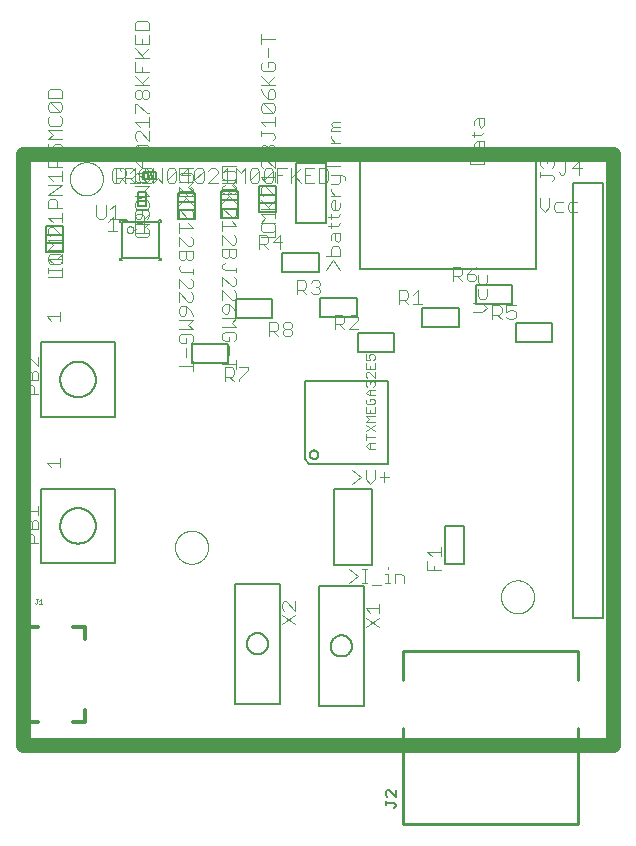
<source format=gto>
G75*
%MOIN*%
%OFA0B0*%
%FSLAX25Y25*%
%IPPOS*%
%LPD*%
%AMOC8*
5,1,8,0,0,1.08239X$1,22.5*
%
%ADD10C,0.05000*%
%ADD11C,0.00000*%
%ADD12C,0.00600*%
%ADD13C,0.00300*%
%ADD14C,0.00500*%
%ADD15C,0.00400*%
%ADD16C,0.00100*%
%ADD17C,0.01200*%
%ADD18C,0.01000*%
%ADD19C,0.00700*%
%ADD20C,0.00800*%
D10*
X0012331Y0032803D02*
X0012331Y0229654D01*
X0209181Y0229654D01*
X0209181Y0032803D01*
X0012331Y0032803D01*
D11*
X0063118Y0098551D02*
X0063120Y0098699D01*
X0063126Y0098847D01*
X0063136Y0098995D01*
X0063150Y0099142D01*
X0063168Y0099289D01*
X0063189Y0099435D01*
X0063215Y0099581D01*
X0063245Y0099726D01*
X0063278Y0099870D01*
X0063316Y0100013D01*
X0063357Y0100155D01*
X0063402Y0100296D01*
X0063450Y0100436D01*
X0063503Y0100575D01*
X0063559Y0100712D01*
X0063619Y0100847D01*
X0063682Y0100981D01*
X0063749Y0101113D01*
X0063820Y0101243D01*
X0063894Y0101371D01*
X0063971Y0101497D01*
X0064052Y0101621D01*
X0064136Y0101743D01*
X0064223Y0101862D01*
X0064314Y0101979D01*
X0064408Y0102094D01*
X0064504Y0102206D01*
X0064604Y0102316D01*
X0064706Y0102422D01*
X0064812Y0102526D01*
X0064920Y0102627D01*
X0065031Y0102725D01*
X0065144Y0102821D01*
X0065260Y0102913D01*
X0065378Y0103002D01*
X0065499Y0103087D01*
X0065622Y0103170D01*
X0065747Y0103249D01*
X0065874Y0103325D01*
X0066003Y0103397D01*
X0066134Y0103466D01*
X0066267Y0103531D01*
X0066402Y0103592D01*
X0066538Y0103650D01*
X0066675Y0103705D01*
X0066814Y0103755D01*
X0066955Y0103802D01*
X0067096Y0103845D01*
X0067239Y0103885D01*
X0067383Y0103920D01*
X0067527Y0103952D01*
X0067673Y0103979D01*
X0067819Y0104003D01*
X0067966Y0104023D01*
X0068113Y0104039D01*
X0068260Y0104051D01*
X0068408Y0104059D01*
X0068556Y0104063D01*
X0068704Y0104063D01*
X0068852Y0104059D01*
X0069000Y0104051D01*
X0069147Y0104039D01*
X0069294Y0104023D01*
X0069441Y0104003D01*
X0069587Y0103979D01*
X0069733Y0103952D01*
X0069877Y0103920D01*
X0070021Y0103885D01*
X0070164Y0103845D01*
X0070305Y0103802D01*
X0070446Y0103755D01*
X0070585Y0103705D01*
X0070722Y0103650D01*
X0070858Y0103592D01*
X0070993Y0103531D01*
X0071126Y0103466D01*
X0071257Y0103397D01*
X0071386Y0103325D01*
X0071513Y0103249D01*
X0071638Y0103170D01*
X0071761Y0103087D01*
X0071882Y0103002D01*
X0072000Y0102913D01*
X0072116Y0102821D01*
X0072229Y0102725D01*
X0072340Y0102627D01*
X0072448Y0102526D01*
X0072554Y0102422D01*
X0072656Y0102316D01*
X0072756Y0102206D01*
X0072852Y0102094D01*
X0072946Y0101979D01*
X0073037Y0101862D01*
X0073124Y0101743D01*
X0073208Y0101621D01*
X0073289Y0101497D01*
X0073366Y0101371D01*
X0073440Y0101243D01*
X0073511Y0101113D01*
X0073578Y0100981D01*
X0073641Y0100847D01*
X0073701Y0100712D01*
X0073757Y0100575D01*
X0073810Y0100436D01*
X0073858Y0100296D01*
X0073903Y0100155D01*
X0073944Y0100013D01*
X0073982Y0099870D01*
X0074015Y0099726D01*
X0074045Y0099581D01*
X0074071Y0099435D01*
X0074092Y0099289D01*
X0074110Y0099142D01*
X0074124Y0098995D01*
X0074134Y0098847D01*
X0074140Y0098699D01*
X0074142Y0098551D01*
X0074140Y0098403D01*
X0074134Y0098255D01*
X0074124Y0098107D01*
X0074110Y0097960D01*
X0074092Y0097813D01*
X0074071Y0097667D01*
X0074045Y0097521D01*
X0074015Y0097376D01*
X0073982Y0097232D01*
X0073944Y0097089D01*
X0073903Y0096947D01*
X0073858Y0096806D01*
X0073810Y0096666D01*
X0073757Y0096527D01*
X0073701Y0096390D01*
X0073641Y0096255D01*
X0073578Y0096121D01*
X0073511Y0095989D01*
X0073440Y0095859D01*
X0073366Y0095731D01*
X0073289Y0095605D01*
X0073208Y0095481D01*
X0073124Y0095359D01*
X0073037Y0095240D01*
X0072946Y0095123D01*
X0072852Y0095008D01*
X0072756Y0094896D01*
X0072656Y0094786D01*
X0072554Y0094680D01*
X0072448Y0094576D01*
X0072340Y0094475D01*
X0072229Y0094377D01*
X0072116Y0094281D01*
X0072000Y0094189D01*
X0071882Y0094100D01*
X0071761Y0094015D01*
X0071638Y0093932D01*
X0071513Y0093853D01*
X0071386Y0093777D01*
X0071257Y0093705D01*
X0071126Y0093636D01*
X0070993Y0093571D01*
X0070858Y0093510D01*
X0070722Y0093452D01*
X0070585Y0093397D01*
X0070446Y0093347D01*
X0070305Y0093300D01*
X0070164Y0093257D01*
X0070021Y0093217D01*
X0069877Y0093182D01*
X0069733Y0093150D01*
X0069587Y0093123D01*
X0069441Y0093099D01*
X0069294Y0093079D01*
X0069147Y0093063D01*
X0069000Y0093051D01*
X0068852Y0093043D01*
X0068704Y0093039D01*
X0068556Y0093039D01*
X0068408Y0093043D01*
X0068260Y0093051D01*
X0068113Y0093063D01*
X0067966Y0093079D01*
X0067819Y0093099D01*
X0067673Y0093123D01*
X0067527Y0093150D01*
X0067383Y0093182D01*
X0067239Y0093217D01*
X0067096Y0093257D01*
X0066955Y0093300D01*
X0066814Y0093347D01*
X0066675Y0093397D01*
X0066538Y0093452D01*
X0066402Y0093510D01*
X0066267Y0093571D01*
X0066134Y0093636D01*
X0066003Y0093705D01*
X0065874Y0093777D01*
X0065747Y0093853D01*
X0065622Y0093932D01*
X0065499Y0094015D01*
X0065378Y0094100D01*
X0065260Y0094189D01*
X0065144Y0094281D01*
X0065031Y0094377D01*
X0064920Y0094475D01*
X0064812Y0094576D01*
X0064706Y0094680D01*
X0064604Y0094786D01*
X0064504Y0094896D01*
X0064408Y0095008D01*
X0064314Y0095123D01*
X0064223Y0095240D01*
X0064136Y0095359D01*
X0064052Y0095481D01*
X0063971Y0095605D01*
X0063894Y0095731D01*
X0063820Y0095859D01*
X0063749Y0095989D01*
X0063682Y0096121D01*
X0063619Y0096255D01*
X0063559Y0096390D01*
X0063503Y0096527D01*
X0063450Y0096666D01*
X0063402Y0096806D01*
X0063357Y0096947D01*
X0063316Y0097089D01*
X0063278Y0097232D01*
X0063245Y0097376D01*
X0063215Y0097521D01*
X0063189Y0097667D01*
X0063168Y0097813D01*
X0063150Y0097960D01*
X0063136Y0098107D01*
X0063126Y0098255D01*
X0063120Y0098403D01*
X0063118Y0098551D01*
X0028079Y0221386D02*
X0028081Y0221534D01*
X0028087Y0221682D01*
X0028097Y0221830D01*
X0028111Y0221977D01*
X0028129Y0222124D01*
X0028150Y0222270D01*
X0028176Y0222416D01*
X0028206Y0222561D01*
X0028239Y0222705D01*
X0028277Y0222848D01*
X0028318Y0222990D01*
X0028363Y0223131D01*
X0028411Y0223271D01*
X0028464Y0223410D01*
X0028520Y0223547D01*
X0028580Y0223682D01*
X0028643Y0223816D01*
X0028710Y0223948D01*
X0028781Y0224078D01*
X0028855Y0224206D01*
X0028932Y0224332D01*
X0029013Y0224456D01*
X0029097Y0224578D01*
X0029184Y0224697D01*
X0029275Y0224814D01*
X0029369Y0224929D01*
X0029465Y0225041D01*
X0029565Y0225151D01*
X0029667Y0225257D01*
X0029773Y0225361D01*
X0029881Y0225462D01*
X0029992Y0225560D01*
X0030105Y0225656D01*
X0030221Y0225748D01*
X0030339Y0225837D01*
X0030460Y0225922D01*
X0030583Y0226005D01*
X0030708Y0226084D01*
X0030835Y0226160D01*
X0030964Y0226232D01*
X0031095Y0226301D01*
X0031228Y0226366D01*
X0031363Y0226427D01*
X0031499Y0226485D01*
X0031636Y0226540D01*
X0031775Y0226590D01*
X0031916Y0226637D01*
X0032057Y0226680D01*
X0032200Y0226720D01*
X0032344Y0226755D01*
X0032488Y0226787D01*
X0032634Y0226814D01*
X0032780Y0226838D01*
X0032927Y0226858D01*
X0033074Y0226874D01*
X0033221Y0226886D01*
X0033369Y0226894D01*
X0033517Y0226898D01*
X0033665Y0226898D01*
X0033813Y0226894D01*
X0033961Y0226886D01*
X0034108Y0226874D01*
X0034255Y0226858D01*
X0034402Y0226838D01*
X0034548Y0226814D01*
X0034694Y0226787D01*
X0034838Y0226755D01*
X0034982Y0226720D01*
X0035125Y0226680D01*
X0035266Y0226637D01*
X0035407Y0226590D01*
X0035546Y0226540D01*
X0035683Y0226485D01*
X0035819Y0226427D01*
X0035954Y0226366D01*
X0036087Y0226301D01*
X0036218Y0226232D01*
X0036347Y0226160D01*
X0036474Y0226084D01*
X0036599Y0226005D01*
X0036722Y0225922D01*
X0036843Y0225837D01*
X0036961Y0225748D01*
X0037077Y0225656D01*
X0037190Y0225560D01*
X0037301Y0225462D01*
X0037409Y0225361D01*
X0037515Y0225257D01*
X0037617Y0225151D01*
X0037717Y0225041D01*
X0037813Y0224929D01*
X0037907Y0224814D01*
X0037998Y0224697D01*
X0038085Y0224578D01*
X0038169Y0224456D01*
X0038250Y0224332D01*
X0038327Y0224206D01*
X0038401Y0224078D01*
X0038472Y0223948D01*
X0038539Y0223816D01*
X0038602Y0223682D01*
X0038662Y0223547D01*
X0038718Y0223410D01*
X0038771Y0223271D01*
X0038819Y0223131D01*
X0038864Y0222990D01*
X0038905Y0222848D01*
X0038943Y0222705D01*
X0038976Y0222561D01*
X0039006Y0222416D01*
X0039032Y0222270D01*
X0039053Y0222124D01*
X0039071Y0221977D01*
X0039085Y0221830D01*
X0039095Y0221682D01*
X0039101Y0221534D01*
X0039103Y0221386D01*
X0039101Y0221238D01*
X0039095Y0221090D01*
X0039085Y0220942D01*
X0039071Y0220795D01*
X0039053Y0220648D01*
X0039032Y0220502D01*
X0039006Y0220356D01*
X0038976Y0220211D01*
X0038943Y0220067D01*
X0038905Y0219924D01*
X0038864Y0219782D01*
X0038819Y0219641D01*
X0038771Y0219501D01*
X0038718Y0219362D01*
X0038662Y0219225D01*
X0038602Y0219090D01*
X0038539Y0218956D01*
X0038472Y0218824D01*
X0038401Y0218694D01*
X0038327Y0218566D01*
X0038250Y0218440D01*
X0038169Y0218316D01*
X0038085Y0218194D01*
X0037998Y0218075D01*
X0037907Y0217958D01*
X0037813Y0217843D01*
X0037717Y0217731D01*
X0037617Y0217621D01*
X0037515Y0217515D01*
X0037409Y0217411D01*
X0037301Y0217310D01*
X0037190Y0217212D01*
X0037077Y0217116D01*
X0036961Y0217024D01*
X0036843Y0216935D01*
X0036722Y0216850D01*
X0036599Y0216767D01*
X0036474Y0216688D01*
X0036347Y0216612D01*
X0036218Y0216540D01*
X0036087Y0216471D01*
X0035954Y0216406D01*
X0035819Y0216345D01*
X0035683Y0216287D01*
X0035546Y0216232D01*
X0035407Y0216182D01*
X0035266Y0216135D01*
X0035125Y0216092D01*
X0034982Y0216052D01*
X0034838Y0216017D01*
X0034694Y0215985D01*
X0034548Y0215958D01*
X0034402Y0215934D01*
X0034255Y0215914D01*
X0034108Y0215898D01*
X0033961Y0215886D01*
X0033813Y0215878D01*
X0033665Y0215874D01*
X0033517Y0215874D01*
X0033369Y0215878D01*
X0033221Y0215886D01*
X0033074Y0215898D01*
X0032927Y0215914D01*
X0032780Y0215934D01*
X0032634Y0215958D01*
X0032488Y0215985D01*
X0032344Y0216017D01*
X0032200Y0216052D01*
X0032057Y0216092D01*
X0031916Y0216135D01*
X0031775Y0216182D01*
X0031636Y0216232D01*
X0031499Y0216287D01*
X0031363Y0216345D01*
X0031228Y0216406D01*
X0031095Y0216471D01*
X0030964Y0216540D01*
X0030835Y0216612D01*
X0030708Y0216688D01*
X0030583Y0216767D01*
X0030460Y0216850D01*
X0030339Y0216935D01*
X0030221Y0217024D01*
X0030105Y0217116D01*
X0029992Y0217212D01*
X0029881Y0217310D01*
X0029773Y0217411D01*
X0029667Y0217515D01*
X0029565Y0217621D01*
X0029465Y0217731D01*
X0029369Y0217843D01*
X0029275Y0217958D01*
X0029184Y0218075D01*
X0029097Y0218194D01*
X0029013Y0218316D01*
X0028932Y0218440D01*
X0028855Y0218566D01*
X0028781Y0218694D01*
X0028710Y0218824D01*
X0028643Y0218956D01*
X0028580Y0219090D01*
X0028520Y0219225D01*
X0028464Y0219362D01*
X0028411Y0219501D01*
X0028363Y0219641D01*
X0028318Y0219782D01*
X0028277Y0219924D01*
X0028239Y0220067D01*
X0028206Y0220211D01*
X0028176Y0220356D01*
X0028150Y0220502D01*
X0028129Y0220648D01*
X0028111Y0220795D01*
X0028097Y0220942D01*
X0028087Y0221090D01*
X0028081Y0221238D01*
X0028079Y0221386D01*
X0171779Y0082016D02*
X0171781Y0082164D01*
X0171787Y0082312D01*
X0171797Y0082460D01*
X0171811Y0082607D01*
X0171829Y0082754D01*
X0171850Y0082900D01*
X0171876Y0083046D01*
X0171906Y0083191D01*
X0171939Y0083335D01*
X0171977Y0083478D01*
X0172018Y0083620D01*
X0172063Y0083761D01*
X0172111Y0083901D01*
X0172164Y0084040D01*
X0172220Y0084177D01*
X0172280Y0084312D01*
X0172343Y0084446D01*
X0172410Y0084578D01*
X0172481Y0084708D01*
X0172555Y0084836D01*
X0172632Y0084962D01*
X0172713Y0085086D01*
X0172797Y0085208D01*
X0172884Y0085327D01*
X0172975Y0085444D01*
X0173069Y0085559D01*
X0173165Y0085671D01*
X0173265Y0085781D01*
X0173367Y0085887D01*
X0173473Y0085991D01*
X0173581Y0086092D01*
X0173692Y0086190D01*
X0173805Y0086286D01*
X0173921Y0086378D01*
X0174039Y0086467D01*
X0174160Y0086552D01*
X0174283Y0086635D01*
X0174408Y0086714D01*
X0174535Y0086790D01*
X0174664Y0086862D01*
X0174795Y0086931D01*
X0174928Y0086996D01*
X0175063Y0087057D01*
X0175199Y0087115D01*
X0175336Y0087170D01*
X0175475Y0087220D01*
X0175616Y0087267D01*
X0175757Y0087310D01*
X0175900Y0087350D01*
X0176044Y0087385D01*
X0176188Y0087417D01*
X0176334Y0087444D01*
X0176480Y0087468D01*
X0176627Y0087488D01*
X0176774Y0087504D01*
X0176921Y0087516D01*
X0177069Y0087524D01*
X0177217Y0087528D01*
X0177365Y0087528D01*
X0177513Y0087524D01*
X0177661Y0087516D01*
X0177808Y0087504D01*
X0177955Y0087488D01*
X0178102Y0087468D01*
X0178248Y0087444D01*
X0178394Y0087417D01*
X0178538Y0087385D01*
X0178682Y0087350D01*
X0178825Y0087310D01*
X0178966Y0087267D01*
X0179107Y0087220D01*
X0179246Y0087170D01*
X0179383Y0087115D01*
X0179519Y0087057D01*
X0179654Y0086996D01*
X0179787Y0086931D01*
X0179918Y0086862D01*
X0180047Y0086790D01*
X0180174Y0086714D01*
X0180299Y0086635D01*
X0180422Y0086552D01*
X0180543Y0086467D01*
X0180661Y0086378D01*
X0180777Y0086286D01*
X0180890Y0086190D01*
X0181001Y0086092D01*
X0181109Y0085991D01*
X0181215Y0085887D01*
X0181317Y0085781D01*
X0181417Y0085671D01*
X0181513Y0085559D01*
X0181607Y0085444D01*
X0181698Y0085327D01*
X0181785Y0085208D01*
X0181869Y0085086D01*
X0181950Y0084962D01*
X0182027Y0084836D01*
X0182101Y0084708D01*
X0182172Y0084578D01*
X0182239Y0084446D01*
X0182302Y0084312D01*
X0182362Y0084177D01*
X0182418Y0084040D01*
X0182471Y0083901D01*
X0182519Y0083761D01*
X0182564Y0083620D01*
X0182605Y0083478D01*
X0182643Y0083335D01*
X0182676Y0083191D01*
X0182706Y0083046D01*
X0182732Y0082900D01*
X0182753Y0082754D01*
X0182771Y0082607D01*
X0182785Y0082460D01*
X0182795Y0082312D01*
X0182801Y0082164D01*
X0182803Y0082016D01*
X0182801Y0081868D01*
X0182795Y0081720D01*
X0182785Y0081572D01*
X0182771Y0081425D01*
X0182753Y0081278D01*
X0182732Y0081132D01*
X0182706Y0080986D01*
X0182676Y0080841D01*
X0182643Y0080697D01*
X0182605Y0080554D01*
X0182564Y0080412D01*
X0182519Y0080271D01*
X0182471Y0080131D01*
X0182418Y0079992D01*
X0182362Y0079855D01*
X0182302Y0079720D01*
X0182239Y0079586D01*
X0182172Y0079454D01*
X0182101Y0079324D01*
X0182027Y0079196D01*
X0181950Y0079070D01*
X0181869Y0078946D01*
X0181785Y0078824D01*
X0181698Y0078705D01*
X0181607Y0078588D01*
X0181513Y0078473D01*
X0181417Y0078361D01*
X0181317Y0078251D01*
X0181215Y0078145D01*
X0181109Y0078041D01*
X0181001Y0077940D01*
X0180890Y0077842D01*
X0180777Y0077746D01*
X0180661Y0077654D01*
X0180543Y0077565D01*
X0180422Y0077480D01*
X0180299Y0077397D01*
X0180174Y0077318D01*
X0180047Y0077242D01*
X0179918Y0077170D01*
X0179787Y0077101D01*
X0179654Y0077036D01*
X0179519Y0076975D01*
X0179383Y0076917D01*
X0179246Y0076862D01*
X0179107Y0076812D01*
X0178966Y0076765D01*
X0178825Y0076722D01*
X0178682Y0076682D01*
X0178538Y0076647D01*
X0178394Y0076615D01*
X0178248Y0076588D01*
X0178102Y0076564D01*
X0177955Y0076544D01*
X0177808Y0076528D01*
X0177661Y0076516D01*
X0177513Y0076508D01*
X0177365Y0076504D01*
X0177217Y0076504D01*
X0177069Y0076508D01*
X0176921Y0076516D01*
X0176774Y0076528D01*
X0176627Y0076544D01*
X0176480Y0076564D01*
X0176334Y0076588D01*
X0176188Y0076615D01*
X0176044Y0076647D01*
X0175900Y0076682D01*
X0175757Y0076722D01*
X0175616Y0076765D01*
X0175475Y0076812D01*
X0175336Y0076862D01*
X0175199Y0076917D01*
X0175063Y0076975D01*
X0174928Y0077036D01*
X0174795Y0077101D01*
X0174664Y0077170D01*
X0174535Y0077242D01*
X0174408Y0077318D01*
X0174283Y0077397D01*
X0174160Y0077480D01*
X0174039Y0077565D01*
X0173921Y0077654D01*
X0173805Y0077746D01*
X0173692Y0077842D01*
X0173581Y0077940D01*
X0173473Y0078041D01*
X0173367Y0078145D01*
X0173265Y0078251D01*
X0173165Y0078361D01*
X0173069Y0078473D01*
X0172975Y0078588D01*
X0172884Y0078705D01*
X0172797Y0078824D01*
X0172713Y0078946D01*
X0172632Y0079070D01*
X0172555Y0079196D01*
X0172481Y0079324D01*
X0172410Y0079454D01*
X0172343Y0079586D01*
X0172280Y0079720D01*
X0172220Y0079855D01*
X0172164Y0079992D01*
X0172111Y0080131D01*
X0172063Y0080271D01*
X0172018Y0080412D01*
X0171977Y0080554D01*
X0171939Y0080697D01*
X0171906Y0080841D01*
X0171876Y0080986D01*
X0171850Y0081132D01*
X0171829Y0081278D01*
X0171811Y0081425D01*
X0171797Y0081572D01*
X0171787Y0081720D01*
X0171781Y0081868D01*
X0171779Y0082016D01*
D12*
X0134083Y0126445D02*
X0107882Y0126445D01*
X0106484Y0127843D01*
X0106484Y0154043D01*
X0134083Y0154043D01*
X0134083Y0126445D01*
X0108069Y0129444D02*
X0108071Y0129519D01*
X0108077Y0129593D01*
X0108087Y0129667D01*
X0108100Y0129740D01*
X0108118Y0129813D01*
X0108139Y0129884D01*
X0108164Y0129955D01*
X0108193Y0130024D01*
X0108226Y0130091D01*
X0108262Y0130156D01*
X0108301Y0130220D01*
X0108343Y0130281D01*
X0108389Y0130340D01*
X0108438Y0130397D01*
X0108490Y0130450D01*
X0108544Y0130501D01*
X0108601Y0130550D01*
X0108661Y0130594D01*
X0108723Y0130636D01*
X0108787Y0130675D01*
X0108853Y0130710D01*
X0108920Y0130741D01*
X0108990Y0130769D01*
X0109060Y0130793D01*
X0109132Y0130814D01*
X0109205Y0130830D01*
X0109278Y0130843D01*
X0109353Y0130852D01*
X0109427Y0130857D01*
X0109502Y0130858D01*
X0109576Y0130855D01*
X0109651Y0130848D01*
X0109724Y0130837D01*
X0109798Y0130823D01*
X0109870Y0130804D01*
X0109941Y0130782D01*
X0110011Y0130756D01*
X0110080Y0130726D01*
X0110146Y0130693D01*
X0110211Y0130656D01*
X0110274Y0130616D01*
X0110335Y0130572D01*
X0110393Y0130526D01*
X0110449Y0130476D01*
X0110502Y0130424D01*
X0110553Y0130369D01*
X0110600Y0130311D01*
X0110644Y0130251D01*
X0110685Y0130188D01*
X0110723Y0130124D01*
X0110757Y0130058D01*
X0110788Y0129989D01*
X0110815Y0129920D01*
X0110838Y0129849D01*
X0110857Y0129777D01*
X0110873Y0129704D01*
X0110885Y0129630D01*
X0110893Y0129556D01*
X0110897Y0129481D01*
X0110897Y0129407D01*
X0110893Y0129332D01*
X0110885Y0129258D01*
X0110873Y0129184D01*
X0110857Y0129111D01*
X0110838Y0129039D01*
X0110815Y0128968D01*
X0110788Y0128899D01*
X0110757Y0128830D01*
X0110723Y0128764D01*
X0110685Y0128700D01*
X0110644Y0128637D01*
X0110600Y0128577D01*
X0110553Y0128519D01*
X0110502Y0128464D01*
X0110449Y0128412D01*
X0110393Y0128362D01*
X0110335Y0128316D01*
X0110274Y0128272D01*
X0110211Y0128232D01*
X0110146Y0128195D01*
X0110080Y0128162D01*
X0110011Y0128132D01*
X0109941Y0128106D01*
X0109870Y0128084D01*
X0109798Y0128065D01*
X0109724Y0128051D01*
X0109651Y0128040D01*
X0109576Y0128033D01*
X0109502Y0128030D01*
X0109427Y0128031D01*
X0109353Y0128036D01*
X0109278Y0128045D01*
X0109205Y0128058D01*
X0109132Y0128074D01*
X0109060Y0128095D01*
X0108990Y0128119D01*
X0108920Y0128147D01*
X0108853Y0128178D01*
X0108787Y0128213D01*
X0108723Y0128252D01*
X0108661Y0128294D01*
X0108601Y0128338D01*
X0108544Y0128387D01*
X0108490Y0128438D01*
X0108438Y0128491D01*
X0108389Y0128548D01*
X0108343Y0128607D01*
X0108301Y0128668D01*
X0108262Y0128732D01*
X0108226Y0128797D01*
X0108193Y0128864D01*
X0108164Y0128933D01*
X0108139Y0129004D01*
X0108118Y0129075D01*
X0108100Y0129148D01*
X0108087Y0129221D01*
X0108077Y0129295D01*
X0108071Y0129369D01*
X0108069Y0129444D01*
X0057683Y0194892D02*
X0045483Y0194892D01*
X0045483Y0207092D01*
X0057683Y0207092D01*
X0057683Y0194892D01*
X0064019Y0207813D02*
X0069619Y0207813D01*
X0069619Y0213613D01*
X0069619Y0216613D01*
X0064019Y0216613D01*
X0064019Y0213613D01*
X0064019Y0210813D01*
X0064019Y0207813D01*
X0064019Y0210813D02*
X0069619Y0210813D01*
X0069719Y0207813D01*
X0069619Y0207813D01*
X0069619Y0213613D02*
X0064019Y0213613D01*
X0056932Y0221288D02*
X0056932Y0223688D01*
X0055232Y0223688D01*
X0054132Y0223688D01*
X0052532Y0223688D01*
X0052532Y0221288D01*
X0054132Y0221288D01*
X0055332Y0221288D01*
X0056932Y0221288D01*
X0055332Y0221288D02*
X0055232Y0223688D01*
X0054132Y0223688D02*
X0054132Y0221288D01*
X0053334Y0216814D02*
X0050934Y0216814D01*
X0050934Y0215114D01*
X0050934Y0214014D01*
X0050934Y0212414D01*
X0053334Y0212414D01*
X0053334Y0214014D01*
X0053334Y0215214D01*
X0053334Y0216814D01*
X0053334Y0215214D02*
X0050934Y0215114D01*
X0050934Y0214014D02*
X0053334Y0214014D01*
X0078428Y0214243D02*
X0078428Y0211443D01*
X0078428Y0208443D01*
X0084028Y0208443D01*
X0084028Y0214243D01*
X0084028Y0217243D01*
X0078428Y0217243D01*
X0078428Y0214243D01*
X0084028Y0214243D01*
X0084028Y0211443D02*
X0084128Y0208443D01*
X0084028Y0208443D01*
X0084028Y0211443D02*
X0078428Y0211443D01*
X0091263Y0210332D02*
X0096863Y0210332D01*
X0096863Y0213332D01*
X0096863Y0216132D01*
X0096863Y0219132D01*
X0091263Y0219132D01*
X0091263Y0213332D01*
X0091263Y0210332D01*
X0091263Y0213332D02*
X0096863Y0213332D01*
X0096863Y0216132D02*
X0091263Y0216132D01*
X0091163Y0219132D01*
X0091263Y0219132D01*
X0025879Y0205628D02*
X0025879Y0202628D01*
X0025879Y0199828D01*
X0025879Y0196828D01*
X0020279Y0196828D01*
X0020279Y0199828D01*
X0020279Y0205628D01*
X0025879Y0205628D01*
X0025879Y0202628D02*
X0020279Y0202628D01*
X0020179Y0205628D01*
X0020279Y0205628D01*
X0020279Y0199828D02*
X0025879Y0199828D01*
D13*
X0025429Y0200822D02*
X0020725Y0200822D01*
X0022293Y0199254D01*
X0020725Y0197686D01*
X0025429Y0197686D01*
X0025429Y0196284D02*
X0025429Y0193148D01*
X0025429Y0193866D02*
X0024645Y0193082D01*
X0021509Y0193082D01*
X0020725Y0193866D01*
X0020725Y0195434D01*
X0021509Y0196218D01*
X0024645Y0196218D01*
X0025429Y0195434D01*
X0025429Y0193866D01*
X0025429Y0194716D02*
X0020725Y0194716D01*
X0022293Y0193148D01*
X0020725Y0191646D02*
X0020725Y0190078D01*
X0020725Y0190862D02*
X0025429Y0190862D01*
X0025429Y0191614D02*
X0025429Y0188478D01*
X0020725Y0188478D01*
X0025429Y0190078D02*
X0025429Y0191646D01*
X0023861Y0194650D02*
X0025429Y0196218D01*
X0025429Y0202290D02*
X0022293Y0205426D01*
X0021509Y0205426D01*
X0020725Y0204642D01*
X0020725Y0203074D01*
X0021509Y0202290D01*
X0025429Y0202290D02*
X0025429Y0205426D01*
X0025429Y0206894D02*
X0025429Y0210030D01*
X0025429Y0211498D02*
X0020725Y0211498D01*
X0020725Y0213850D01*
X0021509Y0214634D01*
X0023077Y0214634D01*
X0023861Y0213850D01*
X0023861Y0211498D01*
X0025429Y0216102D02*
X0020725Y0216102D01*
X0025429Y0219238D01*
X0020725Y0219238D01*
X0022293Y0220706D02*
X0020725Y0222274D01*
X0025429Y0222274D01*
X0025429Y0220706D02*
X0025429Y0223842D01*
X0025429Y0225310D02*
X0020725Y0225310D01*
X0020725Y0227662D01*
X0021509Y0228446D01*
X0023077Y0228446D01*
X0023861Y0227662D01*
X0023861Y0225310D01*
X0023861Y0226878D02*
X0025429Y0228446D01*
X0024645Y0229914D02*
X0025429Y0230698D01*
X0025429Y0232266D01*
X0024645Y0233050D01*
X0023077Y0233050D01*
X0022293Y0232266D01*
X0022293Y0231482D01*
X0023077Y0229914D01*
X0020725Y0229914D01*
X0020725Y0233050D01*
X0020725Y0234518D02*
X0022293Y0236086D01*
X0020725Y0237654D01*
X0025429Y0237654D01*
X0024645Y0239122D02*
X0021509Y0239122D01*
X0020725Y0239906D01*
X0020725Y0241474D01*
X0021509Y0242258D01*
X0021509Y0243725D02*
X0020725Y0244509D01*
X0020725Y0246077D01*
X0021509Y0246861D01*
X0024645Y0243725D01*
X0025429Y0244509D01*
X0025429Y0246077D01*
X0024645Y0246861D01*
X0021509Y0246861D01*
X0020725Y0248329D02*
X0020725Y0250681D01*
X0021509Y0251465D01*
X0024645Y0251465D01*
X0025429Y0250681D01*
X0025429Y0248329D01*
X0020725Y0248329D01*
X0021509Y0243725D02*
X0024645Y0243725D01*
X0024645Y0242258D02*
X0025429Y0241474D01*
X0025429Y0239906D01*
X0024645Y0239122D01*
X0025429Y0234518D02*
X0020725Y0234518D01*
X0036889Y0212795D02*
X0036889Y0208875D01*
X0037673Y0208091D01*
X0039241Y0208091D01*
X0040025Y0208875D01*
X0040025Y0212795D01*
X0041493Y0211227D02*
X0043061Y0212795D01*
X0043061Y0208091D01*
X0041493Y0208091D02*
X0044629Y0208091D01*
X0049780Y0208820D02*
X0049780Y0206468D01*
X0054484Y0206468D01*
X0054484Y0206600D02*
X0052916Y0205032D01*
X0052916Y0205816D02*
X0052916Y0203464D01*
X0054484Y0203464D02*
X0049780Y0203464D01*
X0049780Y0205816D01*
X0050564Y0206600D01*
X0052132Y0206600D01*
X0052916Y0205816D01*
X0052916Y0206468D02*
X0052916Y0208820D01*
X0052132Y0209604D01*
X0050564Y0209604D01*
X0049780Y0208820D01*
X0049780Y0208852D02*
X0050564Y0208068D01*
X0051348Y0208068D01*
X0052132Y0208852D01*
X0052132Y0211204D01*
X0053700Y0211204D02*
X0050564Y0211204D01*
X0049780Y0210420D01*
X0049780Y0208852D01*
X0050564Y0211072D02*
X0053700Y0211072D01*
X0054484Y0211856D01*
X0054484Y0213424D01*
X0053700Y0214208D01*
X0054484Y0215676D02*
X0052916Y0217244D01*
X0054484Y0218812D01*
X0049780Y0218812D01*
X0049754Y0220138D02*
X0049754Y0224842D01*
X0048186Y0223274D01*
X0048154Y0221706D02*
X0049722Y0220138D01*
X0050564Y0220280D02*
X0049780Y0221064D01*
X0049780Y0222632D01*
X0050564Y0223416D01*
X0053700Y0220280D01*
X0054484Y0221064D01*
X0054484Y0222632D01*
X0053700Y0223416D01*
X0050564Y0223416D01*
X0051190Y0224058D02*
X0051190Y0220922D01*
X0051974Y0220138D01*
X0053542Y0220138D01*
X0054326Y0220922D01*
X0053700Y0220280D02*
X0050564Y0220280D01*
X0051322Y0220138D02*
X0048186Y0220138D01*
X0046718Y0220138D02*
X0045150Y0221706D01*
X0045934Y0221706D02*
X0043582Y0221706D01*
X0043582Y0220138D02*
X0043582Y0224842D01*
X0045934Y0224842D01*
X0046718Y0224058D01*
X0046718Y0222490D01*
X0045934Y0221706D01*
X0046586Y0221706D02*
X0048938Y0221706D01*
X0049722Y0222490D01*
X0049722Y0224058D01*
X0048938Y0224842D01*
X0046586Y0224842D01*
X0046586Y0220138D01*
X0045118Y0220922D02*
X0044334Y0220138D01*
X0042766Y0220138D01*
X0041982Y0220922D01*
X0041982Y0224058D01*
X0042766Y0224842D01*
X0044334Y0224842D01*
X0045118Y0224058D01*
X0049780Y0227236D02*
X0052132Y0224884D01*
X0052132Y0228020D01*
X0053700Y0229488D02*
X0050564Y0232624D01*
X0053700Y0232624D01*
X0054484Y0231840D01*
X0054484Y0230272D01*
X0053700Y0229488D01*
X0050564Y0229488D01*
X0049780Y0230272D01*
X0049780Y0231840D01*
X0050564Y0232624D01*
X0050564Y0234092D02*
X0049780Y0234876D01*
X0049780Y0236444D01*
X0050564Y0237228D01*
X0051348Y0237228D01*
X0054484Y0234092D01*
X0054484Y0237228D01*
X0054484Y0238696D02*
X0054484Y0241832D01*
X0054484Y0243299D02*
X0053700Y0243299D01*
X0050564Y0246436D01*
X0049780Y0246436D01*
X0049780Y0243299D01*
X0049780Y0240264D02*
X0054484Y0240264D01*
X0051348Y0238696D02*
X0049780Y0240264D01*
X0050564Y0247903D02*
X0051348Y0247903D01*
X0052132Y0248687D01*
X0052132Y0250255D01*
X0052916Y0251039D01*
X0053700Y0251039D01*
X0054484Y0250255D01*
X0054484Y0248687D01*
X0053700Y0247903D01*
X0052916Y0247903D01*
X0052132Y0248687D01*
X0052132Y0250255D02*
X0051348Y0251039D01*
X0050564Y0251039D01*
X0049780Y0250255D01*
X0049780Y0248687D01*
X0050564Y0247903D01*
X0049780Y0252507D02*
X0054484Y0252507D01*
X0052916Y0252507D02*
X0049780Y0255643D01*
X0049780Y0257111D02*
X0049780Y0260247D01*
X0049780Y0261715D02*
X0054484Y0261715D01*
X0052916Y0261715D02*
X0049780Y0264851D01*
X0049780Y0266319D02*
X0054484Y0266319D01*
X0054484Y0269455D01*
X0054484Y0270923D02*
X0054484Y0273275D01*
X0053700Y0274059D01*
X0050564Y0274059D01*
X0049780Y0273275D01*
X0049780Y0270923D01*
X0054484Y0270923D01*
X0052132Y0267887D02*
X0052132Y0266319D01*
X0049780Y0266319D02*
X0049780Y0269455D01*
X0054484Y0264851D02*
X0052132Y0262499D01*
X0052132Y0258679D02*
X0052132Y0257111D01*
X0054484Y0257111D02*
X0049780Y0257111D01*
X0052132Y0253291D02*
X0054484Y0255643D01*
X0054484Y0227236D02*
X0049780Y0227236D01*
X0051974Y0224842D02*
X0051190Y0224058D01*
X0051974Y0224842D02*
X0053542Y0224842D01*
X0054326Y0224058D01*
X0053574Y0224842D02*
X0055142Y0224842D01*
X0055926Y0224058D01*
X0052790Y0220922D01*
X0053574Y0220138D01*
X0055142Y0220138D01*
X0055926Y0220922D01*
X0055926Y0224058D01*
X0055794Y0224842D02*
X0055794Y0220138D01*
X0057362Y0221706D01*
X0058930Y0220138D01*
X0058930Y0224842D01*
X0060398Y0224058D02*
X0060398Y0220922D01*
X0063534Y0224058D01*
X0063534Y0220922D01*
X0062750Y0220138D01*
X0061182Y0220138D01*
X0060398Y0220922D01*
X0060398Y0224058D02*
X0061182Y0224842D01*
X0062750Y0224842D01*
X0063534Y0224058D01*
X0064469Y0224963D02*
X0064469Y0221827D01*
X0064469Y0222579D02*
X0064469Y0221011D01*
X0065253Y0220227D01*
X0064469Y0220359D02*
X0069173Y0220359D01*
X0067605Y0218791D01*
X0069173Y0217223D01*
X0064469Y0217223D01*
X0064469Y0215755D02*
X0069173Y0215755D01*
X0069173Y0216407D02*
X0069173Y0217975D01*
X0068389Y0218759D01*
X0068389Y0220227D02*
X0069173Y0221011D01*
X0069173Y0222579D01*
X0068389Y0223363D01*
X0065253Y0223363D01*
X0064469Y0222579D01*
X0065002Y0222490D02*
X0068138Y0222490D01*
X0069606Y0220922D02*
X0072742Y0224058D01*
X0072742Y0220922D01*
X0071958Y0220138D01*
X0070390Y0220138D01*
X0069606Y0220922D01*
X0069606Y0224058D01*
X0070390Y0224842D01*
X0071958Y0224842D01*
X0072742Y0224058D01*
X0074210Y0224058D02*
X0074994Y0224842D01*
X0076562Y0224842D01*
X0077346Y0224058D01*
X0077346Y0223274D01*
X0074210Y0220138D01*
X0077346Y0220138D01*
X0078814Y0220138D02*
X0081950Y0220138D01*
X0082014Y0219421D02*
X0083582Y0217853D01*
X0078878Y0217853D01*
X0078878Y0218605D02*
X0079662Y0219389D01*
X0080382Y0220138D02*
X0080382Y0224842D01*
X0078814Y0223274D01*
X0078878Y0223209D02*
X0078878Y0221641D01*
X0079662Y0220857D01*
X0078878Y0220989D02*
X0083582Y0220989D01*
X0082014Y0219421D01*
X0082798Y0219389D02*
X0083582Y0218605D01*
X0083582Y0217037D01*
X0082798Y0216253D01*
X0082014Y0216253D01*
X0081230Y0217037D01*
X0080446Y0216253D01*
X0079662Y0216253D01*
X0078878Y0217037D01*
X0078878Y0218605D01*
X0078878Y0216385D02*
X0083582Y0216385D01*
X0081230Y0217037D02*
X0081230Y0217821D01*
X0080446Y0216385D02*
X0083582Y0213249D01*
X0082798Y0211781D02*
X0083582Y0210997D01*
X0083582Y0209429D01*
X0082798Y0208645D01*
X0082014Y0208645D01*
X0078878Y0211781D01*
X0078878Y0208645D01*
X0078878Y0207177D02*
X0078878Y0204041D01*
X0078878Y0202573D02*
X0082014Y0199437D01*
X0082798Y0199437D01*
X0083582Y0200221D01*
X0083582Y0201789D01*
X0082798Y0202573D01*
X0083582Y0205609D02*
X0078878Y0205609D01*
X0078878Y0202573D02*
X0078878Y0199437D01*
X0078878Y0197969D02*
X0078878Y0195617D01*
X0079662Y0194833D01*
X0080446Y0194833D01*
X0081230Y0195617D01*
X0081230Y0197969D01*
X0078878Y0197969D02*
X0083582Y0197969D01*
X0083582Y0195617D01*
X0082798Y0194833D01*
X0082014Y0194833D01*
X0081230Y0195617D01*
X0079662Y0193365D02*
X0078878Y0192581D01*
X0078878Y0191797D01*
X0079662Y0191013D01*
X0083582Y0191013D01*
X0083582Y0191797D02*
X0083582Y0190229D01*
X0082798Y0188761D02*
X0083582Y0187977D01*
X0083582Y0186409D01*
X0082798Y0185625D01*
X0082014Y0185625D01*
X0078878Y0188761D01*
X0078878Y0185625D01*
X0078878Y0184157D02*
X0082014Y0181021D01*
X0082798Y0181021D01*
X0083582Y0181805D01*
X0083582Y0183373D01*
X0082798Y0184157D01*
X0078878Y0184157D02*
X0078878Y0181021D01*
X0079662Y0179553D02*
X0078878Y0178769D01*
X0078878Y0177201D01*
X0079662Y0176417D01*
X0080446Y0176417D01*
X0081230Y0177201D01*
X0081230Y0179553D01*
X0079662Y0179553D01*
X0081230Y0179553D02*
X0082798Y0177985D01*
X0083582Y0176417D01*
X0083582Y0174949D02*
X0082014Y0173381D01*
X0083582Y0171813D01*
X0078878Y0171813D01*
X0079662Y0170345D02*
X0078878Y0169561D01*
X0078878Y0167993D01*
X0079662Y0167209D01*
X0081230Y0167209D01*
X0081230Y0168777D01*
X0082798Y0167209D02*
X0083582Y0167993D01*
X0083582Y0169561D01*
X0082798Y0170345D01*
X0079662Y0170345D01*
X0078878Y0174949D02*
X0083582Y0174949D01*
X0081230Y0165741D02*
X0081230Y0162605D01*
X0083582Y0161138D02*
X0083582Y0158002D01*
X0083582Y0159570D02*
X0078878Y0159570D01*
X0069173Y0158940D02*
X0064469Y0158940D01*
X0066821Y0161976D02*
X0066821Y0165112D01*
X0066821Y0166579D02*
X0066821Y0168148D01*
X0066821Y0166579D02*
X0065253Y0166579D01*
X0064469Y0167363D01*
X0064469Y0168932D01*
X0065253Y0169716D01*
X0068389Y0169716D01*
X0069173Y0168932D01*
X0069173Y0167363D01*
X0068389Y0166579D01*
X0069173Y0171183D02*
X0064469Y0171183D01*
X0064469Y0174319D02*
X0069173Y0174319D01*
X0067605Y0172751D01*
X0069173Y0171183D01*
X0069173Y0175787D02*
X0068389Y0177355D01*
X0066821Y0178923D01*
X0066821Y0176571D01*
X0066037Y0175787D01*
X0065253Y0175787D01*
X0064469Y0176571D01*
X0064469Y0178139D01*
X0065253Y0178923D01*
X0066821Y0178923D01*
X0067605Y0180391D02*
X0068389Y0180391D01*
X0069173Y0181175D01*
X0069173Y0182743D01*
X0068389Y0183527D01*
X0068389Y0184995D02*
X0069173Y0185779D01*
X0069173Y0187347D01*
X0068389Y0188131D01*
X0069173Y0189599D02*
X0069173Y0191167D01*
X0069173Y0190383D02*
X0065253Y0190383D01*
X0064469Y0191167D01*
X0064469Y0191951D01*
X0065253Y0192735D01*
X0065253Y0194203D02*
X0064469Y0194987D01*
X0064469Y0197339D01*
X0069173Y0197339D01*
X0069173Y0194987D01*
X0068389Y0194203D01*
X0067605Y0194203D01*
X0066821Y0194987D01*
X0066821Y0197339D01*
X0067605Y0198807D02*
X0068389Y0198807D01*
X0069173Y0199591D01*
X0069173Y0201159D01*
X0068389Y0201943D01*
X0069173Y0204979D02*
X0064469Y0204979D01*
X0064469Y0206547D02*
X0064469Y0203411D01*
X0064469Y0201943D02*
X0067605Y0198807D01*
X0066821Y0194987D02*
X0066037Y0194203D01*
X0065253Y0194203D01*
X0064469Y0198807D02*
X0064469Y0201943D01*
X0067605Y0206547D02*
X0069173Y0204979D01*
X0068389Y0208015D02*
X0069173Y0208799D01*
X0069173Y0210367D01*
X0068389Y0211151D01*
X0069173Y0212619D02*
X0066037Y0215755D01*
X0066821Y0214971D02*
X0064469Y0212619D01*
X0064469Y0211151D02*
X0067605Y0208015D01*
X0068389Y0208015D01*
X0064469Y0208015D02*
X0064469Y0211151D01*
X0064469Y0215623D02*
X0064469Y0218759D01*
X0067605Y0215623D01*
X0068389Y0215623D01*
X0069173Y0216407D01*
X0067354Y0220138D02*
X0067354Y0224842D01*
X0065002Y0222490D01*
X0064469Y0224963D02*
X0069173Y0224963D01*
X0078878Y0225593D02*
X0078878Y0222457D01*
X0078878Y0223209D02*
X0079662Y0223993D01*
X0082798Y0223993D01*
X0083582Y0223209D01*
X0083582Y0221641D01*
X0082798Y0220857D01*
X0083418Y0220138D02*
X0083418Y0224842D01*
X0084986Y0223274D01*
X0086554Y0224842D01*
X0086554Y0220138D01*
X0088022Y0220922D02*
X0091158Y0224058D01*
X0091158Y0220922D01*
X0090374Y0220138D01*
X0088806Y0220138D01*
X0088022Y0220922D01*
X0088022Y0224058D01*
X0088806Y0224842D01*
X0090374Y0224842D01*
X0091158Y0224058D01*
X0092625Y0224058D02*
X0093409Y0224842D01*
X0094977Y0224842D01*
X0095761Y0224058D01*
X0092625Y0220922D01*
X0093409Y0220138D01*
X0094977Y0220138D01*
X0095761Y0220922D01*
X0095761Y0224058D01*
X0096413Y0223534D02*
X0096413Y0220398D01*
X0097229Y0220138D02*
X0097229Y0224842D01*
X0100365Y0224842D01*
X0101833Y0224842D02*
X0101833Y0220138D01*
X0101833Y0221706D02*
X0104969Y0224842D01*
X0106437Y0224842D02*
X0106437Y0220138D01*
X0109573Y0220138D01*
X0111041Y0220138D02*
X0113393Y0220138D01*
X0114177Y0220922D01*
X0114177Y0224058D01*
X0113393Y0224842D01*
X0111041Y0224842D01*
X0111041Y0220138D01*
X0108005Y0222490D02*
X0106437Y0222490D01*
X0106437Y0224842D02*
X0109573Y0224842D01*
X0104969Y0220138D02*
X0102617Y0222490D01*
X0098797Y0222490D02*
X0097229Y0222490D01*
X0096413Y0221966D02*
X0091709Y0221966D01*
X0093277Y0220398D01*
X0092625Y0220922D02*
X0092625Y0224058D01*
X0092493Y0225002D02*
X0091709Y0225786D01*
X0091709Y0227354D01*
X0092493Y0228138D01*
X0093277Y0228138D01*
X0096413Y0225002D01*
X0096413Y0228138D01*
X0096413Y0229606D02*
X0096413Y0231958D01*
X0095629Y0232742D01*
X0094845Y0232742D01*
X0094061Y0231958D01*
X0094061Y0229606D01*
X0094061Y0231958D02*
X0093277Y0232742D01*
X0092493Y0232742D01*
X0091709Y0231958D01*
X0091709Y0229606D01*
X0096413Y0229606D01*
X0095629Y0234210D02*
X0096413Y0234994D01*
X0096413Y0235778D01*
X0095629Y0236562D01*
X0091709Y0236562D01*
X0091709Y0235778D02*
X0091709Y0237346D01*
X0093277Y0238814D02*
X0091709Y0240382D01*
X0096413Y0240382D01*
X0096413Y0238814D02*
X0096413Y0241950D01*
X0095629Y0243418D02*
X0092493Y0246554D01*
X0095629Y0246554D01*
X0096413Y0245770D01*
X0096413Y0244202D01*
X0095629Y0243418D01*
X0092493Y0243418D01*
X0091709Y0244202D01*
X0091709Y0245770D01*
X0092493Y0246554D01*
X0094061Y0248022D02*
X0092493Y0249590D01*
X0091709Y0251158D01*
X0091709Y0252625D02*
X0096413Y0252625D01*
X0094845Y0252625D02*
X0091709Y0255761D01*
X0092493Y0257229D02*
X0095629Y0257229D01*
X0096413Y0258013D01*
X0096413Y0259581D01*
X0095629Y0260365D01*
X0094061Y0260365D01*
X0094061Y0258797D01*
X0092493Y0257229D02*
X0091709Y0258013D01*
X0091709Y0259581D01*
X0092493Y0260365D01*
X0094061Y0261833D02*
X0094061Y0264969D01*
X0091709Y0266437D02*
X0091709Y0269573D01*
X0091709Y0268005D02*
X0096413Y0268005D01*
X0096413Y0255761D02*
X0094061Y0253409D01*
X0094845Y0251158D02*
X0094061Y0250374D01*
X0094061Y0248022D01*
X0095629Y0248022D01*
X0096413Y0248806D01*
X0096413Y0250374D01*
X0095629Y0251158D01*
X0094845Y0251158D01*
X0083582Y0225593D02*
X0078878Y0225593D01*
X0081230Y0215601D02*
X0078878Y0213249D01*
X0082014Y0207177D02*
X0083582Y0205609D01*
X0091709Y0205934D02*
X0091709Y0204366D01*
X0092493Y0203582D01*
X0095629Y0203582D01*
X0096413Y0204366D01*
X0096413Y0205934D01*
X0095629Y0206718D01*
X0096413Y0206586D02*
X0091709Y0206586D01*
X0093277Y0208154D01*
X0091709Y0209722D01*
X0096413Y0209722D01*
X0096413Y0209754D02*
X0091709Y0209754D01*
X0093277Y0208186D01*
X0092493Y0206718D02*
X0091709Y0205934D01*
X0091709Y0211190D02*
X0096413Y0211190D01*
X0096413Y0211322D02*
X0096413Y0208186D01*
X0096413Y0205118D02*
X0096413Y0201982D01*
X0091709Y0201982D01*
X0094845Y0211190D02*
X0091709Y0214326D01*
X0092493Y0215794D02*
X0091709Y0216578D01*
X0091709Y0218146D01*
X0092493Y0218930D01*
X0093277Y0218930D01*
X0096413Y0215794D01*
X0096413Y0218930D01*
X0096413Y0214326D02*
X0094061Y0211974D01*
X0068389Y0184995D02*
X0067605Y0184995D01*
X0064469Y0188131D01*
X0064469Y0184995D01*
X0064469Y0183527D02*
X0067605Y0180391D01*
X0064469Y0180391D02*
X0064469Y0183527D01*
X0053700Y0201864D02*
X0050564Y0201864D01*
X0049780Y0202648D01*
X0049780Y0204216D01*
X0050564Y0205000D01*
X0052916Y0208036D02*
X0054484Y0209604D01*
X0054484Y0208852D02*
X0054484Y0210420D01*
X0053700Y0211204D01*
X0054484Y0208852D02*
X0053700Y0208068D01*
X0053700Y0205000D02*
X0054484Y0204216D01*
X0054484Y0202648D01*
X0053700Y0201864D01*
X0050564Y0211072D02*
X0049780Y0211856D01*
X0049780Y0213424D01*
X0050564Y0214208D01*
X0049780Y0215676D02*
X0054484Y0215676D01*
X0052790Y0220922D02*
X0052790Y0224058D01*
X0053574Y0224842D01*
X0025429Y0208462D02*
X0020725Y0208462D01*
X0022293Y0206894D01*
X0069173Y0160508D02*
X0069173Y0157372D01*
X0126759Y0157981D02*
X0129661Y0157981D01*
X0129661Y0159916D01*
X0129177Y0160928D02*
X0129661Y0161412D01*
X0129661Y0162379D01*
X0129177Y0162863D01*
X0128210Y0162863D01*
X0127726Y0162379D01*
X0127726Y0161895D01*
X0128210Y0160928D01*
X0126759Y0160928D01*
X0126759Y0162863D01*
X0126759Y0159916D02*
X0126759Y0157981D01*
X0127242Y0156970D02*
X0126759Y0156486D01*
X0126759Y0155518D01*
X0127242Y0155035D01*
X0127242Y0154023D02*
X0127726Y0154023D01*
X0128210Y0153539D01*
X0128694Y0154023D01*
X0129177Y0154023D01*
X0129661Y0153539D01*
X0129661Y0152572D01*
X0129177Y0152088D01*
X0129661Y0151077D02*
X0127726Y0151077D01*
X0126759Y0150109D01*
X0127726Y0149142D01*
X0129661Y0149142D01*
X0129177Y0148130D02*
X0128210Y0148130D01*
X0128210Y0147163D01*
X0129177Y0148130D02*
X0129661Y0147646D01*
X0129661Y0146679D01*
X0129177Y0146195D01*
X0127242Y0146195D01*
X0126759Y0146679D01*
X0126759Y0147646D01*
X0127242Y0148130D01*
X0128210Y0149142D02*
X0128210Y0151077D01*
X0127242Y0152088D02*
X0126759Y0152572D01*
X0126759Y0153539D01*
X0127242Y0154023D01*
X0128210Y0153539D02*
X0128210Y0153056D01*
X0129661Y0155035D02*
X0127726Y0156970D01*
X0127242Y0156970D01*
X0128210Y0157981D02*
X0128210Y0158949D01*
X0129661Y0156970D02*
X0129661Y0155035D01*
X0129661Y0145184D02*
X0129661Y0143249D01*
X0126759Y0143249D01*
X0126759Y0145184D01*
X0128210Y0144216D02*
X0128210Y0143249D01*
X0126759Y0142237D02*
X0129661Y0142237D01*
X0129661Y0140302D02*
X0126759Y0140302D01*
X0127726Y0141270D01*
X0126759Y0142237D01*
X0126759Y0139291D02*
X0129661Y0137356D01*
X0129661Y0139291D02*
X0126759Y0137356D01*
X0126759Y0136344D02*
X0126759Y0134409D01*
X0126759Y0135377D02*
X0129661Y0135377D01*
X0129661Y0133398D02*
X0127726Y0133398D01*
X0126759Y0132430D01*
X0127726Y0131463D01*
X0129661Y0131463D01*
X0128210Y0131463D02*
X0128210Y0133398D01*
D14*
X0128630Y0117882D02*
X0116031Y0117882D01*
X0116031Y0092685D01*
X0128630Y0092685D01*
X0128630Y0117882D01*
X0153000Y0105638D02*
X0153000Y0093039D01*
X0159299Y0093039D01*
X0159299Y0105638D01*
X0153000Y0105638D01*
X0126051Y0085677D02*
X0111051Y0085677D01*
X0111051Y0045677D01*
X0126051Y0045677D01*
X0126051Y0085677D01*
X0115015Y0065677D02*
X0115017Y0065796D01*
X0115023Y0065914D01*
X0115033Y0066033D01*
X0115047Y0066151D01*
X0115065Y0066268D01*
X0115087Y0066385D01*
X0115112Y0066501D01*
X0115142Y0066616D01*
X0115175Y0066730D01*
X0115213Y0066843D01*
X0115254Y0066954D01*
X0115299Y0067064D01*
X0115347Y0067173D01*
X0115399Y0067280D01*
X0115455Y0067385D01*
X0115514Y0067488D01*
X0115576Y0067589D01*
X0115642Y0067688D01*
X0115711Y0067784D01*
X0115784Y0067878D01*
X0115859Y0067970D01*
X0115938Y0068059D01*
X0116019Y0068146D01*
X0116104Y0068229D01*
X0116191Y0068310D01*
X0116281Y0068388D01*
X0116373Y0068463D01*
X0116468Y0068534D01*
X0116565Y0068603D01*
X0116664Y0068668D01*
X0116766Y0068729D01*
X0116869Y0068788D01*
X0116975Y0068842D01*
X0117082Y0068893D01*
X0117191Y0068941D01*
X0117301Y0068985D01*
X0117413Y0069025D01*
X0117526Y0069061D01*
X0117641Y0069094D01*
X0117756Y0069122D01*
X0117872Y0069147D01*
X0117989Y0069168D01*
X0118107Y0069185D01*
X0118225Y0069198D01*
X0118343Y0069207D01*
X0118462Y0069212D01*
X0118581Y0069213D01*
X0118699Y0069210D01*
X0118818Y0069203D01*
X0118936Y0069192D01*
X0119054Y0069177D01*
X0119172Y0069158D01*
X0119288Y0069135D01*
X0119404Y0069109D01*
X0119519Y0069078D01*
X0119632Y0069044D01*
X0119745Y0069005D01*
X0119856Y0068963D01*
X0119966Y0068918D01*
X0120074Y0068868D01*
X0120180Y0068815D01*
X0120285Y0068759D01*
X0120387Y0068699D01*
X0120488Y0068636D01*
X0120586Y0068569D01*
X0120682Y0068499D01*
X0120776Y0068426D01*
X0120867Y0068349D01*
X0120955Y0068270D01*
X0121041Y0068188D01*
X0121124Y0068103D01*
X0121204Y0068015D01*
X0121281Y0067925D01*
X0121355Y0067832D01*
X0121426Y0067736D01*
X0121493Y0067638D01*
X0121557Y0067538D01*
X0121618Y0067436D01*
X0121676Y0067332D01*
X0121729Y0067226D01*
X0121780Y0067119D01*
X0121826Y0067010D01*
X0121869Y0066899D01*
X0121908Y0066787D01*
X0121944Y0066673D01*
X0121975Y0066559D01*
X0122003Y0066443D01*
X0122027Y0066327D01*
X0122047Y0066210D01*
X0122063Y0066092D01*
X0122075Y0065974D01*
X0122083Y0065855D01*
X0122087Y0065736D01*
X0122087Y0065618D01*
X0122083Y0065499D01*
X0122075Y0065380D01*
X0122063Y0065262D01*
X0122047Y0065144D01*
X0122027Y0065027D01*
X0122003Y0064911D01*
X0121975Y0064795D01*
X0121944Y0064681D01*
X0121908Y0064567D01*
X0121869Y0064455D01*
X0121826Y0064344D01*
X0121780Y0064235D01*
X0121729Y0064128D01*
X0121676Y0064022D01*
X0121618Y0063918D01*
X0121557Y0063816D01*
X0121493Y0063716D01*
X0121426Y0063618D01*
X0121355Y0063522D01*
X0121281Y0063429D01*
X0121204Y0063339D01*
X0121124Y0063251D01*
X0121041Y0063166D01*
X0120955Y0063084D01*
X0120867Y0063005D01*
X0120776Y0062928D01*
X0120682Y0062855D01*
X0120586Y0062785D01*
X0120488Y0062718D01*
X0120387Y0062655D01*
X0120285Y0062595D01*
X0120180Y0062539D01*
X0120074Y0062486D01*
X0119966Y0062436D01*
X0119856Y0062391D01*
X0119745Y0062349D01*
X0119632Y0062310D01*
X0119519Y0062276D01*
X0119404Y0062245D01*
X0119288Y0062219D01*
X0119172Y0062196D01*
X0119054Y0062177D01*
X0118936Y0062162D01*
X0118818Y0062151D01*
X0118699Y0062144D01*
X0118581Y0062141D01*
X0118462Y0062142D01*
X0118343Y0062147D01*
X0118225Y0062156D01*
X0118107Y0062169D01*
X0117989Y0062186D01*
X0117872Y0062207D01*
X0117756Y0062232D01*
X0117641Y0062260D01*
X0117526Y0062293D01*
X0117413Y0062329D01*
X0117301Y0062369D01*
X0117191Y0062413D01*
X0117082Y0062461D01*
X0116975Y0062512D01*
X0116869Y0062566D01*
X0116766Y0062625D01*
X0116664Y0062686D01*
X0116565Y0062751D01*
X0116468Y0062820D01*
X0116373Y0062891D01*
X0116281Y0062966D01*
X0116191Y0063044D01*
X0116104Y0063125D01*
X0116019Y0063208D01*
X0115938Y0063295D01*
X0115859Y0063384D01*
X0115784Y0063476D01*
X0115711Y0063570D01*
X0115642Y0063666D01*
X0115576Y0063765D01*
X0115514Y0063866D01*
X0115455Y0063969D01*
X0115399Y0064074D01*
X0115347Y0064181D01*
X0115299Y0064290D01*
X0115254Y0064400D01*
X0115213Y0064511D01*
X0115175Y0064624D01*
X0115142Y0064738D01*
X0115112Y0064853D01*
X0115087Y0064969D01*
X0115065Y0065086D01*
X0115047Y0065203D01*
X0115033Y0065321D01*
X0115023Y0065440D01*
X0115017Y0065558D01*
X0115015Y0065677D01*
X0098098Y0046465D02*
X0083098Y0046465D01*
X0083098Y0086465D01*
X0098098Y0086465D01*
X0098098Y0046465D01*
X0087062Y0066465D02*
X0087064Y0066584D01*
X0087070Y0066702D01*
X0087080Y0066821D01*
X0087094Y0066939D01*
X0087112Y0067056D01*
X0087134Y0067173D01*
X0087159Y0067289D01*
X0087189Y0067404D01*
X0087222Y0067518D01*
X0087260Y0067631D01*
X0087301Y0067742D01*
X0087346Y0067852D01*
X0087394Y0067961D01*
X0087446Y0068068D01*
X0087502Y0068173D01*
X0087561Y0068276D01*
X0087623Y0068377D01*
X0087689Y0068476D01*
X0087758Y0068572D01*
X0087831Y0068666D01*
X0087906Y0068758D01*
X0087985Y0068847D01*
X0088066Y0068934D01*
X0088151Y0069017D01*
X0088238Y0069098D01*
X0088328Y0069176D01*
X0088420Y0069251D01*
X0088515Y0069322D01*
X0088612Y0069391D01*
X0088711Y0069456D01*
X0088813Y0069517D01*
X0088916Y0069576D01*
X0089022Y0069630D01*
X0089129Y0069681D01*
X0089238Y0069729D01*
X0089348Y0069773D01*
X0089460Y0069813D01*
X0089573Y0069849D01*
X0089688Y0069882D01*
X0089803Y0069910D01*
X0089919Y0069935D01*
X0090036Y0069956D01*
X0090154Y0069973D01*
X0090272Y0069986D01*
X0090390Y0069995D01*
X0090509Y0070000D01*
X0090628Y0070001D01*
X0090746Y0069998D01*
X0090865Y0069991D01*
X0090983Y0069980D01*
X0091101Y0069965D01*
X0091219Y0069946D01*
X0091335Y0069923D01*
X0091451Y0069897D01*
X0091566Y0069866D01*
X0091679Y0069832D01*
X0091792Y0069793D01*
X0091903Y0069751D01*
X0092013Y0069706D01*
X0092121Y0069656D01*
X0092227Y0069603D01*
X0092332Y0069547D01*
X0092434Y0069487D01*
X0092535Y0069424D01*
X0092633Y0069357D01*
X0092729Y0069287D01*
X0092823Y0069214D01*
X0092914Y0069137D01*
X0093002Y0069058D01*
X0093088Y0068976D01*
X0093171Y0068891D01*
X0093251Y0068803D01*
X0093328Y0068713D01*
X0093402Y0068620D01*
X0093473Y0068524D01*
X0093540Y0068426D01*
X0093604Y0068326D01*
X0093665Y0068224D01*
X0093723Y0068120D01*
X0093776Y0068014D01*
X0093827Y0067907D01*
X0093873Y0067798D01*
X0093916Y0067687D01*
X0093955Y0067575D01*
X0093991Y0067461D01*
X0094022Y0067347D01*
X0094050Y0067231D01*
X0094074Y0067115D01*
X0094094Y0066998D01*
X0094110Y0066880D01*
X0094122Y0066762D01*
X0094130Y0066643D01*
X0094134Y0066524D01*
X0094134Y0066406D01*
X0094130Y0066287D01*
X0094122Y0066168D01*
X0094110Y0066050D01*
X0094094Y0065932D01*
X0094074Y0065815D01*
X0094050Y0065699D01*
X0094022Y0065583D01*
X0093991Y0065469D01*
X0093955Y0065355D01*
X0093916Y0065243D01*
X0093873Y0065132D01*
X0093827Y0065023D01*
X0093776Y0064916D01*
X0093723Y0064810D01*
X0093665Y0064706D01*
X0093604Y0064604D01*
X0093540Y0064504D01*
X0093473Y0064406D01*
X0093402Y0064310D01*
X0093328Y0064217D01*
X0093251Y0064127D01*
X0093171Y0064039D01*
X0093088Y0063954D01*
X0093002Y0063872D01*
X0092914Y0063793D01*
X0092823Y0063716D01*
X0092729Y0063643D01*
X0092633Y0063573D01*
X0092535Y0063506D01*
X0092434Y0063443D01*
X0092332Y0063383D01*
X0092227Y0063327D01*
X0092121Y0063274D01*
X0092013Y0063224D01*
X0091903Y0063179D01*
X0091792Y0063137D01*
X0091679Y0063098D01*
X0091566Y0063064D01*
X0091451Y0063033D01*
X0091335Y0063007D01*
X0091219Y0062984D01*
X0091101Y0062965D01*
X0090983Y0062950D01*
X0090865Y0062939D01*
X0090746Y0062932D01*
X0090628Y0062929D01*
X0090509Y0062930D01*
X0090390Y0062935D01*
X0090272Y0062944D01*
X0090154Y0062957D01*
X0090036Y0062974D01*
X0089919Y0062995D01*
X0089803Y0063020D01*
X0089688Y0063048D01*
X0089573Y0063081D01*
X0089460Y0063117D01*
X0089348Y0063157D01*
X0089238Y0063201D01*
X0089129Y0063249D01*
X0089022Y0063300D01*
X0088916Y0063354D01*
X0088813Y0063413D01*
X0088711Y0063474D01*
X0088612Y0063539D01*
X0088515Y0063608D01*
X0088420Y0063679D01*
X0088328Y0063754D01*
X0088238Y0063832D01*
X0088151Y0063913D01*
X0088066Y0063996D01*
X0087985Y0064083D01*
X0087906Y0064172D01*
X0087831Y0064264D01*
X0087758Y0064358D01*
X0087689Y0064454D01*
X0087623Y0064553D01*
X0087561Y0064654D01*
X0087502Y0064757D01*
X0087446Y0064862D01*
X0087394Y0064969D01*
X0087346Y0065078D01*
X0087301Y0065188D01*
X0087260Y0065299D01*
X0087222Y0065412D01*
X0087189Y0065526D01*
X0087159Y0065641D01*
X0087134Y0065757D01*
X0087112Y0065874D01*
X0087094Y0065991D01*
X0087080Y0066109D01*
X0087070Y0066228D01*
X0087064Y0066346D01*
X0087062Y0066465D01*
X0043197Y0093315D02*
X0043197Y0118118D01*
X0018394Y0118118D01*
X0018394Y0093315D01*
X0043197Y0093315D01*
X0024876Y0105717D02*
X0024878Y0105871D01*
X0024884Y0106024D01*
X0024894Y0106178D01*
X0024908Y0106331D01*
X0024926Y0106483D01*
X0024948Y0106635D01*
X0024973Y0106787D01*
X0025003Y0106938D01*
X0025037Y0107088D01*
X0025074Y0107237D01*
X0025116Y0107385D01*
X0025161Y0107531D01*
X0025210Y0107677D01*
X0025263Y0107821D01*
X0025319Y0107964D01*
X0025379Y0108106D01*
X0025443Y0108246D01*
X0025511Y0108384D01*
X0025582Y0108520D01*
X0025656Y0108654D01*
X0025734Y0108787D01*
X0025816Y0108917D01*
X0025900Y0109045D01*
X0025988Y0109171D01*
X0026080Y0109295D01*
X0026174Y0109416D01*
X0026272Y0109535D01*
X0026372Y0109651D01*
X0026476Y0109764D01*
X0026583Y0109875D01*
X0026692Y0109983D01*
X0026804Y0110088D01*
X0026919Y0110190D01*
X0027036Y0110289D01*
X0027156Y0110385D01*
X0027279Y0110478D01*
X0027403Y0110568D01*
X0027531Y0110654D01*
X0027660Y0110738D01*
X0027791Y0110817D01*
X0027925Y0110893D01*
X0028060Y0110966D01*
X0028197Y0111035D01*
X0028336Y0111101D01*
X0028477Y0111163D01*
X0028619Y0111221D01*
X0028763Y0111276D01*
X0028908Y0111327D01*
X0029054Y0111374D01*
X0029201Y0111417D01*
X0029350Y0111457D01*
X0029499Y0111492D01*
X0029650Y0111524D01*
X0029801Y0111552D01*
X0029953Y0111576D01*
X0030105Y0111596D01*
X0030258Y0111612D01*
X0030411Y0111624D01*
X0030565Y0111632D01*
X0030718Y0111636D01*
X0030872Y0111636D01*
X0031025Y0111632D01*
X0031179Y0111624D01*
X0031332Y0111612D01*
X0031485Y0111596D01*
X0031637Y0111576D01*
X0031789Y0111552D01*
X0031940Y0111524D01*
X0032091Y0111492D01*
X0032240Y0111457D01*
X0032389Y0111417D01*
X0032536Y0111374D01*
X0032682Y0111327D01*
X0032827Y0111276D01*
X0032971Y0111221D01*
X0033113Y0111163D01*
X0033254Y0111101D01*
X0033393Y0111035D01*
X0033530Y0110966D01*
X0033665Y0110893D01*
X0033799Y0110817D01*
X0033930Y0110738D01*
X0034059Y0110654D01*
X0034187Y0110568D01*
X0034311Y0110478D01*
X0034434Y0110385D01*
X0034554Y0110289D01*
X0034671Y0110190D01*
X0034786Y0110088D01*
X0034898Y0109983D01*
X0035007Y0109875D01*
X0035114Y0109764D01*
X0035218Y0109651D01*
X0035318Y0109535D01*
X0035416Y0109416D01*
X0035510Y0109295D01*
X0035602Y0109171D01*
X0035690Y0109045D01*
X0035774Y0108917D01*
X0035856Y0108787D01*
X0035934Y0108654D01*
X0036008Y0108520D01*
X0036079Y0108384D01*
X0036147Y0108246D01*
X0036211Y0108106D01*
X0036271Y0107964D01*
X0036327Y0107821D01*
X0036380Y0107677D01*
X0036429Y0107531D01*
X0036474Y0107385D01*
X0036516Y0107237D01*
X0036553Y0107088D01*
X0036587Y0106938D01*
X0036617Y0106787D01*
X0036642Y0106635D01*
X0036664Y0106483D01*
X0036682Y0106331D01*
X0036696Y0106178D01*
X0036706Y0106024D01*
X0036712Y0105871D01*
X0036714Y0105717D01*
X0036712Y0105563D01*
X0036706Y0105410D01*
X0036696Y0105256D01*
X0036682Y0105103D01*
X0036664Y0104951D01*
X0036642Y0104799D01*
X0036617Y0104647D01*
X0036587Y0104496D01*
X0036553Y0104346D01*
X0036516Y0104197D01*
X0036474Y0104049D01*
X0036429Y0103903D01*
X0036380Y0103757D01*
X0036327Y0103613D01*
X0036271Y0103470D01*
X0036211Y0103328D01*
X0036147Y0103188D01*
X0036079Y0103050D01*
X0036008Y0102914D01*
X0035934Y0102780D01*
X0035856Y0102647D01*
X0035774Y0102517D01*
X0035690Y0102389D01*
X0035602Y0102263D01*
X0035510Y0102139D01*
X0035416Y0102018D01*
X0035318Y0101899D01*
X0035218Y0101783D01*
X0035114Y0101670D01*
X0035007Y0101559D01*
X0034898Y0101451D01*
X0034786Y0101346D01*
X0034671Y0101244D01*
X0034554Y0101145D01*
X0034434Y0101049D01*
X0034311Y0100956D01*
X0034187Y0100866D01*
X0034059Y0100780D01*
X0033930Y0100696D01*
X0033799Y0100617D01*
X0033665Y0100541D01*
X0033530Y0100468D01*
X0033393Y0100399D01*
X0033254Y0100333D01*
X0033113Y0100271D01*
X0032971Y0100213D01*
X0032827Y0100158D01*
X0032682Y0100107D01*
X0032536Y0100060D01*
X0032389Y0100017D01*
X0032240Y0099977D01*
X0032091Y0099942D01*
X0031940Y0099910D01*
X0031789Y0099882D01*
X0031637Y0099858D01*
X0031485Y0099838D01*
X0031332Y0099822D01*
X0031179Y0099810D01*
X0031025Y0099802D01*
X0030872Y0099798D01*
X0030718Y0099798D01*
X0030565Y0099802D01*
X0030411Y0099810D01*
X0030258Y0099822D01*
X0030105Y0099838D01*
X0029953Y0099858D01*
X0029801Y0099882D01*
X0029650Y0099910D01*
X0029499Y0099942D01*
X0029350Y0099977D01*
X0029201Y0100017D01*
X0029054Y0100060D01*
X0028908Y0100107D01*
X0028763Y0100158D01*
X0028619Y0100213D01*
X0028477Y0100271D01*
X0028336Y0100333D01*
X0028197Y0100399D01*
X0028060Y0100468D01*
X0027925Y0100541D01*
X0027791Y0100617D01*
X0027660Y0100696D01*
X0027531Y0100780D01*
X0027403Y0100866D01*
X0027279Y0100956D01*
X0027156Y0101049D01*
X0027036Y0101145D01*
X0026919Y0101244D01*
X0026804Y0101346D01*
X0026692Y0101451D01*
X0026583Y0101559D01*
X0026476Y0101670D01*
X0026372Y0101783D01*
X0026272Y0101899D01*
X0026174Y0102018D01*
X0026080Y0102139D01*
X0025988Y0102263D01*
X0025900Y0102389D01*
X0025816Y0102517D01*
X0025734Y0102647D01*
X0025656Y0102780D01*
X0025582Y0102914D01*
X0025511Y0103050D01*
X0025443Y0103188D01*
X0025379Y0103328D01*
X0025319Y0103470D01*
X0025263Y0103613D01*
X0025210Y0103757D01*
X0025161Y0103903D01*
X0025116Y0104049D01*
X0025074Y0104197D01*
X0025037Y0104346D01*
X0025003Y0104496D01*
X0024973Y0104647D01*
X0024948Y0104799D01*
X0024926Y0104951D01*
X0024908Y0105103D01*
X0024894Y0105256D01*
X0024884Y0105410D01*
X0024878Y0105563D01*
X0024876Y0105717D01*
X0018394Y0142134D02*
X0018394Y0166937D01*
X0043197Y0166937D01*
X0043197Y0142134D01*
X0018394Y0142134D01*
X0024876Y0154535D02*
X0024878Y0154689D01*
X0024884Y0154842D01*
X0024894Y0154996D01*
X0024908Y0155149D01*
X0024926Y0155301D01*
X0024948Y0155453D01*
X0024973Y0155605D01*
X0025003Y0155756D01*
X0025037Y0155906D01*
X0025074Y0156055D01*
X0025116Y0156203D01*
X0025161Y0156349D01*
X0025210Y0156495D01*
X0025263Y0156639D01*
X0025319Y0156782D01*
X0025379Y0156924D01*
X0025443Y0157064D01*
X0025511Y0157202D01*
X0025582Y0157338D01*
X0025656Y0157472D01*
X0025734Y0157605D01*
X0025816Y0157735D01*
X0025900Y0157863D01*
X0025988Y0157989D01*
X0026080Y0158113D01*
X0026174Y0158234D01*
X0026272Y0158353D01*
X0026372Y0158469D01*
X0026476Y0158582D01*
X0026583Y0158693D01*
X0026692Y0158801D01*
X0026804Y0158906D01*
X0026919Y0159008D01*
X0027036Y0159107D01*
X0027156Y0159203D01*
X0027279Y0159296D01*
X0027403Y0159386D01*
X0027531Y0159472D01*
X0027660Y0159556D01*
X0027791Y0159635D01*
X0027925Y0159711D01*
X0028060Y0159784D01*
X0028197Y0159853D01*
X0028336Y0159919D01*
X0028477Y0159981D01*
X0028619Y0160039D01*
X0028763Y0160094D01*
X0028908Y0160145D01*
X0029054Y0160192D01*
X0029201Y0160235D01*
X0029350Y0160275D01*
X0029499Y0160310D01*
X0029650Y0160342D01*
X0029801Y0160370D01*
X0029953Y0160394D01*
X0030105Y0160414D01*
X0030258Y0160430D01*
X0030411Y0160442D01*
X0030565Y0160450D01*
X0030718Y0160454D01*
X0030872Y0160454D01*
X0031025Y0160450D01*
X0031179Y0160442D01*
X0031332Y0160430D01*
X0031485Y0160414D01*
X0031637Y0160394D01*
X0031789Y0160370D01*
X0031940Y0160342D01*
X0032091Y0160310D01*
X0032240Y0160275D01*
X0032389Y0160235D01*
X0032536Y0160192D01*
X0032682Y0160145D01*
X0032827Y0160094D01*
X0032971Y0160039D01*
X0033113Y0159981D01*
X0033254Y0159919D01*
X0033393Y0159853D01*
X0033530Y0159784D01*
X0033665Y0159711D01*
X0033799Y0159635D01*
X0033930Y0159556D01*
X0034059Y0159472D01*
X0034187Y0159386D01*
X0034311Y0159296D01*
X0034434Y0159203D01*
X0034554Y0159107D01*
X0034671Y0159008D01*
X0034786Y0158906D01*
X0034898Y0158801D01*
X0035007Y0158693D01*
X0035114Y0158582D01*
X0035218Y0158469D01*
X0035318Y0158353D01*
X0035416Y0158234D01*
X0035510Y0158113D01*
X0035602Y0157989D01*
X0035690Y0157863D01*
X0035774Y0157735D01*
X0035856Y0157605D01*
X0035934Y0157472D01*
X0036008Y0157338D01*
X0036079Y0157202D01*
X0036147Y0157064D01*
X0036211Y0156924D01*
X0036271Y0156782D01*
X0036327Y0156639D01*
X0036380Y0156495D01*
X0036429Y0156349D01*
X0036474Y0156203D01*
X0036516Y0156055D01*
X0036553Y0155906D01*
X0036587Y0155756D01*
X0036617Y0155605D01*
X0036642Y0155453D01*
X0036664Y0155301D01*
X0036682Y0155149D01*
X0036696Y0154996D01*
X0036706Y0154842D01*
X0036712Y0154689D01*
X0036714Y0154535D01*
X0036712Y0154381D01*
X0036706Y0154228D01*
X0036696Y0154074D01*
X0036682Y0153921D01*
X0036664Y0153769D01*
X0036642Y0153617D01*
X0036617Y0153465D01*
X0036587Y0153314D01*
X0036553Y0153164D01*
X0036516Y0153015D01*
X0036474Y0152867D01*
X0036429Y0152721D01*
X0036380Y0152575D01*
X0036327Y0152431D01*
X0036271Y0152288D01*
X0036211Y0152146D01*
X0036147Y0152006D01*
X0036079Y0151868D01*
X0036008Y0151732D01*
X0035934Y0151598D01*
X0035856Y0151465D01*
X0035774Y0151335D01*
X0035690Y0151207D01*
X0035602Y0151081D01*
X0035510Y0150957D01*
X0035416Y0150836D01*
X0035318Y0150717D01*
X0035218Y0150601D01*
X0035114Y0150488D01*
X0035007Y0150377D01*
X0034898Y0150269D01*
X0034786Y0150164D01*
X0034671Y0150062D01*
X0034554Y0149963D01*
X0034434Y0149867D01*
X0034311Y0149774D01*
X0034187Y0149684D01*
X0034059Y0149598D01*
X0033930Y0149514D01*
X0033799Y0149435D01*
X0033665Y0149359D01*
X0033530Y0149286D01*
X0033393Y0149217D01*
X0033254Y0149151D01*
X0033113Y0149089D01*
X0032971Y0149031D01*
X0032827Y0148976D01*
X0032682Y0148925D01*
X0032536Y0148878D01*
X0032389Y0148835D01*
X0032240Y0148795D01*
X0032091Y0148760D01*
X0031940Y0148728D01*
X0031789Y0148700D01*
X0031637Y0148676D01*
X0031485Y0148656D01*
X0031332Y0148640D01*
X0031179Y0148628D01*
X0031025Y0148620D01*
X0030872Y0148616D01*
X0030718Y0148616D01*
X0030565Y0148620D01*
X0030411Y0148628D01*
X0030258Y0148640D01*
X0030105Y0148656D01*
X0029953Y0148676D01*
X0029801Y0148700D01*
X0029650Y0148728D01*
X0029499Y0148760D01*
X0029350Y0148795D01*
X0029201Y0148835D01*
X0029054Y0148878D01*
X0028908Y0148925D01*
X0028763Y0148976D01*
X0028619Y0149031D01*
X0028477Y0149089D01*
X0028336Y0149151D01*
X0028197Y0149217D01*
X0028060Y0149286D01*
X0027925Y0149359D01*
X0027791Y0149435D01*
X0027660Y0149514D01*
X0027531Y0149598D01*
X0027403Y0149684D01*
X0027279Y0149774D01*
X0027156Y0149867D01*
X0027036Y0149963D01*
X0026919Y0150062D01*
X0026804Y0150164D01*
X0026692Y0150269D01*
X0026583Y0150377D01*
X0026476Y0150488D01*
X0026372Y0150601D01*
X0026272Y0150717D01*
X0026174Y0150836D01*
X0026080Y0150957D01*
X0025988Y0151081D01*
X0025900Y0151207D01*
X0025816Y0151335D01*
X0025734Y0151465D01*
X0025656Y0151598D01*
X0025582Y0151732D01*
X0025511Y0151868D01*
X0025443Y0152006D01*
X0025379Y0152146D01*
X0025319Y0152288D01*
X0025263Y0152431D01*
X0025210Y0152575D01*
X0025161Y0152721D01*
X0025116Y0152867D01*
X0025074Y0153015D01*
X0025037Y0153164D01*
X0025003Y0153314D01*
X0024973Y0153465D01*
X0024948Y0153617D01*
X0024926Y0153769D01*
X0024908Y0153921D01*
X0024894Y0154074D01*
X0024884Y0154228D01*
X0024878Y0154381D01*
X0024876Y0154535D01*
X0068630Y0159890D02*
X0068630Y0166189D01*
X0080835Y0166189D01*
X0080835Y0159890D01*
X0068630Y0159890D01*
X0083315Y0175008D02*
X0083315Y0181307D01*
X0095520Y0181307D01*
X0095520Y0175008D01*
X0083315Y0175008D01*
X0098748Y0190402D02*
X0098748Y0196701D01*
X0110953Y0196701D01*
X0110953Y0190402D01*
X0098748Y0190402D01*
X0111504Y0181543D02*
X0111504Y0175244D01*
X0123709Y0175244D01*
X0123709Y0181543D01*
X0111504Y0181543D01*
X0124929Y0191268D02*
X0124929Y0227488D01*
X0183591Y0227488D01*
X0183591Y0191268D01*
X0124929Y0191268D01*
X0113315Y0206583D02*
X0113315Y0226583D01*
X0103315Y0226583D01*
X0103315Y0206583D01*
X0113315Y0206583D01*
X0124024Y0170008D02*
X0124024Y0163709D01*
X0136228Y0163709D01*
X0136228Y0170008D01*
X0124024Y0170008D01*
X0145520Y0171898D02*
X0145520Y0178197D01*
X0157724Y0178197D01*
X0157724Y0171898D01*
X0145520Y0171898D01*
X0163394Y0179614D02*
X0163394Y0185913D01*
X0175598Y0185913D01*
X0175598Y0179614D01*
X0163394Y0179614D01*
X0176622Y0173197D02*
X0176622Y0166898D01*
X0188827Y0166898D01*
X0188827Y0173197D01*
X0176622Y0173197D01*
X0195756Y0220067D02*
X0195756Y0075067D01*
X0205756Y0075067D01*
X0205756Y0220067D01*
X0195756Y0220067D01*
D15*
X0197862Y0222767D02*
X0197862Y0227371D01*
X0195560Y0225069D01*
X0198629Y0225069D01*
X0194025Y0227371D02*
X0192491Y0227371D01*
X0193258Y0227371D02*
X0193258Y0223534D01*
X0192491Y0222767D01*
X0191723Y0222767D01*
X0190956Y0223534D01*
X0189493Y0222023D02*
X0188726Y0222790D01*
X0184889Y0222790D01*
X0184889Y0222023D02*
X0184889Y0223557D01*
X0185656Y0225092D02*
X0184889Y0225859D01*
X0184889Y0227394D01*
X0185656Y0228161D01*
X0186424Y0228161D01*
X0187191Y0227394D01*
X0187958Y0228161D01*
X0188726Y0228161D01*
X0189493Y0227394D01*
X0189493Y0225859D01*
X0188726Y0225092D01*
X0187191Y0226627D02*
X0187191Y0227394D01*
X0189493Y0222023D02*
X0189493Y0221256D01*
X0188726Y0220488D01*
X0187883Y0215009D02*
X0187883Y0211939D01*
X0186349Y0210405D01*
X0184814Y0211939D01*
X0184814Y0215009D01*
X0189418Y0212707D02*
X0189418Y0211172D01*
X0190185Y0210405D01*
X0192487Y0210405D01*
X0194022Y0211172D02*
X0194789Y0210405D01*
X0197091Y0210405D01*
X0197091Y0213474D02*
X0194789Y0213474D01*
X0194022Y0212707D01*
X0194022Y0211172D01*
X0192487Y0213474D02*
X0190185Y0213474D01*
X0189418Y0212707D01*
X0167131Y0189146D02*
X0167131Y0186844D01*
X0166363Y0186076D01*
X0164829Y0186076D01*
X0164061Y0186844D01*
X0164061Y0189146D01*
X0163393Y0188829D02*
X0162626Y0189596D01*
X0160324Y0189596D01*
X0160324Y0188062D01*
X0161091Y0187294D01*
X0162626Y0187294D01*
X0163393Y0188062D01*
X0163393Y0188829D01*
X0161858Y0191131D02*
X0160324Y0189596D01*
X0158789Y0189596D02*
X0158022Y0188829D01*
X0155720Y0188829D01*
X0157254Y0188829D02*
X0158789Y0187294D01*
X0158789Y0189596D02*
X0158789Y0191131D01*
X0158022Y0191898D01*
X0155720Y0191898D01*
X0155720Y0187294D01*
X0161858Y0191131D02*
X0163393Y0191898D01*
X0164061Y0184542D02*
X0164061Y0182240D01*
X0164829Y0181472D01*
X0166363Y0181472D01*
X0167131Y0182240D01*
X0167131Y0184542D01*
X0165596Y0179938D02*
X0162527Y0179938D01*
X0165596Y0179938D02*
X0167131Y0178403D01*
X0165596Y0176869D01*
X0162527Y0176869D01*
X0168948Y0176113D02*
X0171250Y0176113D01*
X0172017Y0176880D01*
X0172017Y0178415D01*
X0171250Y0179182D01*
X0168948Y0179182D01*
X0168948Y0174578D01*
X0170483Y0176113D02*
X0172017Y0174578D01*
X0173552Y0175345D02*
X0174319Y0174578D01*
X0175854Y0174578D01*
X0176621Y0175345D01*
X0176621Y0176880D01*
X0175854Y0177647D01*
X0175087Y0177647D01*
X0173552Y0176880D01*
X0173552Y0179182D01*
X0176621Y0179182D01*
X0145519Y0179578D02*
X0142450Y0179578D01*
X0143984Y0179578D02*
X0143984Y0184182D01*
X0142450Y0182647D01*
X0140915Y0181880D02*
X0140148Y0181113D01*
X0137846Y0181113D01*
X0139380Y0181113D02*
X0140915Y0179578D01*
X0140915Y0181880D02*
X0140915Y0183415D01*
X0140148Y0184182D01*
X0137846Y0184182D01*
X0137846Y0179578D01*
X0124023Y0175226D02*
X0124023Y0174458D01*
X0120954Y0171389D01*
X0124023Y0171389D01*
X0124023Y0175226D02*
X0123255Y0175993D01*
X0121721Y0175993D01*
X0120954Y0175226D01*
X0119419Y0175226D02*
X0119419Y0173691D01*
X0118652Y0172924D01*
X0116350Y0172924D01*
X0117884Y0172924D02*
X0119419Y0171389D01*
X0116350Y0171389D02*
X0116350Y0175993D01*
X0118652Y0175993D01*
X0119419Y0175226D01*
X0111503Y0183692D02*
X0110736Y0182924D01*
X0109201Y0182924D01*
X0108434Y0183692D01*
X0106899Y0182924D02*
X0105365Y0184459D01*
X0106132Y0184459D02*
X0103830Y0184459D01*
X0103830Y0182924D02*
X0103830Y0187528D01*
X0106132Y0187528D01*
X0106899Y0186761D01*
X0106899Y0185226D01*
X0106132Y0184459D01*
X0108434Y0186761D02*
X0109201Y0187528D01*
X0110736Y0187528D01*
X0111503Y0186761D01*
X0111503Y0185994D01*
X0110736Y0185226D01*
X0111503Y0184459D01*
X0111503Y0183692D01*
X0110736Y0185226D02*
X0109968Y0185226D01*
X0113511Y0191139D02*
X0115813Y0194209D01*
X0118115Y0191139D01*
X0118115Y0195743D02*
X0113511Y0195743D01*
X0115046Y0195743D02*
X0115046Y0198045D01*
X0115813Y0198813D01*
X0117348Y0198813D01*
X0118115Y0198045D01*
X0118115Y0195743D01*
X0117348Y0200347D02*
X0116580Y0201115D01*
X0116580Y0203417D01*
X0115813Y0203417D02*
X0118115Y0203417D01*
X0118115Y0201115D01*
X0117348Y0200347D01*
X0115046Y0201115D02*
X0115046Y0202649D01*
X0115813Y0203417D01*
X0115046Y0204951D02*
X0115046Y0206486D01*
X0114278Y0205718D02*
X0117348Y0205718D01*
X0118115Y0206486D01*
X0117348Y0208788D02*
X0114278Y0208788D01*
X0115046Y0209555D02*
X0115046Y0208020D01*
X0117348Y0208788D02*
X0118115Y0209555D01*
X0117348Y0211090D02*
X0115813Y0211090D01*
X0115046Y0211857D01*
X0115046Y0213392D01*
X0115813Y0214159D01*
X0116580Y0214159D01*
X0116580Y0211090D01*
X0117348Y0211090D02*
X0118115Y0211857D01*
X0118115Y0213392D01*
X0118115Y0215694D02*
X0115046Y0215694D01*
X0115046Y0217228D02*
X0115046Y0217996D01*
X0115046Y0217228D02*
X0116580Y0215694D01*
X0117348Y0219530D02*
X0115046Y0219530D01*
X0117348Y0219530D02*
X0118115Y0220298D01*
X0118115Y0222600D01*
X0118882Y0222600D02*
X0119650Y0221832D01*
X0119650Y0221065D01*
X0118882Y0222600D02*
X0115046Y0222600D01*
X0113511Y0224134D02*
X0113511Y0227203D01*
X0113511Y0225669D02*
X0118115Y0225669D01*
X0117348Y0228738D02*
X0115813Y0228738D01*
X0115046Y0229505D01*
X0115046Y0231040D01*
X0115813Y0231807D01*
X0116580Y0231807D01*
X0116580Y0228738D01*
X0117348Y0228738D02*
X0118115Y0229505D01*
X0118115Y0231040D01*
X0118115Y0233342D02*
X0115046Y0233342D01*
X0116580Y0233342D02*
X0115046Y0234877D01*
X0115046Y0235644D01*
X0115046Y0237179D02*
X0115046Y0237946D01*
X0115813Y0238713D01*
X0115046Y0239481D01*
X0115813Y0240248D01*
X0118115Y0240248D01*
X0118115Y0238713D02*
X0115813Y0238713D01*
X0115046Y0237179D02*
X0118115Y0237179D01*
X0097980Y0202686D02*
X0095678Y0200384D01*
X0098747Y0200384D01*
X0097980Y0198082D02*
X0097980Y0202686D01*
X0094143Y0201918D02*
X0094143Y0200384D01*
X0093376Y0199617D01*
X0091074Y0199617D01*
X0092609Y0199617D02*
X0094143Y0198082D01*
X0091074Y0198082D02*
X0091074Y0202686D01*
X0093376Y0202686D01*
X0094143Y0201918D01*
X0094386Y0173631D02*
X0096688Y0173631D01*
X0097455Y0172863D01*
X0097455Y0171329D01*
X0096688Y0170561D01*
X0094386Y0170561D01*
X0094386Y0169027D02*
X0094386Y0173631D01*
X0095920Y0170561D02*
X0097455Y0169027D01*
X0098990Y0169794D02*
X0098990Y0170561D01*
X0099757Y0171329D01*
X0101292Y0171329D01*
X0102059Y0170561D01*
X0102059Y0169794D01*
X0101292Y0169027D01*
X0099757Y0169027D01*
X0098990Y0169794D01*
X0099757Y0171329D02*
X0098990Y0172096D01*
X0098990Y0172863D01*
X0099757Y0173631D01*
X0101292Y0173631D01*
X0102059Y0172863D01*
X0102059Y0172096D01*
X0101292Y0171329D01*
X0087374Y0158513D02*
X0087374Y0157745D01*
X0084305Y0154676D01*
X0084305Y0153909D01*
X0082770Y0153909D02*
X0081235Y0155443D01*
X0082003Y0155443D02*
X0079701Y0155443D01*
X0079701Y0153909D02*
X0079701Y0158513D01*
X0082003Y0158513D01*
X0082770Y0157745D01*
X0082770Y0156211D01*
X0082003Y0155443D01*
X0084305Y0158513D02*
X0087374Y0158513D01*
X0122137Y0124261D02*
X0125206Y0121959D01*
X0122137Y0119657D01*
X0126741Y0121191D02*
X0128276Y0119657D01*
X0129810Y0121191D01*
X0129810Y0124261D01*
X0131345Y0121959D02*
X0134414Y0121959D01*
X0132879Y0123493D02*
X0132879Y0120424D01*
X0126741Y0121191D02*
X0126741Y0124261D01*
X0147133Y0097016D02*
X0151737Y0097016D01*
X0151737Y0098550D02*
X0151737Y0095481D01*
X0148668Y0095481D02*
X0147133Y0097016D01*
X0147133Y0093946D02*
X0147133Y0090877D01*
X0151737Y0090877D01*
X0149435Y0090877D02*
X0149435Y0092412D01*
X0139372Y0088888D02*
X0139372Y0086586D01*
X0139372Y0088888D02*
X0138604Y0089655D01*
X0136302Y0089655D01*
X0136302Y0086586D01*
X0134768Y0086586D02*
X0133233Y0086586D01*
X0134000Y0086586D02*
X0134000Y0089655D01*
X0133233Y0089655D01*
X0134000Y0091190D02*
X0134000Y0091957D01*
X0131698Y0085819D02*
X0128629Y0085819D01*
X0127094Y0086586D02*
X0125560Y0086586D01*
X0126327Y0086586D02*
X0126327Y0091190D01*
X0125560Y0091190D02*
X0127094Y0091190D01*
X0124025Y0088888D02*
X0120956Y0086586D01*
X0124025Y0088888D02*
X0120956Y0091190D01*
X0126621Y0078162D02*
X0131225Y0078162D01*
X0131225Y0076628D02*
X0131225Y0079697D01*
X0128156Y0076628D02*
X0126621Y0078162D01*
X0126621Y0075093D02*
X0131225Y0072024D01*
X0131225Y0075093D02*
X0126621Y0072024D01*
X0103272Y0072811D02*
X0098669Y0075880D01*
X0099436Y0077415D02*
X0098669Y0078182D01*
X0098669Y0079717D01*
X0099436Y0080484D01*
X0100203Y0080484D01*
X0103272Y0077415D01*
X0103272Y0080484D01*
X0103272Y0075880D02*
X0098669Y0072811D01*
X0024887Y0125208D02*
X0024887Y0128277D01*
X0024887Y0126743D02*
X0020283Y0126743D01*
X0021817Y0125208D01*
X0017603Y0112288D02*
X0017603Y0109219D01*
X0017603Y0110754D02*
X0012999Y0110754D01*
X0014534Y0109219D01*
X0014534Y0107684D02*
X0013767Y0107684D01*
X0012999Y0106917D01*
X0012999Y0104615D01*
X0017603Y0104615D01*
X0017603Y0106917D01*
X0016836Y0107684D01*
X0016069Y0107684D01*
X0015301Y0106917D01*
X0015301Y0104615D01*
X0015301Y0103080D02*
X0016069Y0102313D01*
X0016069Y0100011D01*
X0017603Y0100011D02*
X0012999Y0100011D01*
X0012999Y0102313D01*
X0013767Y0103080D01*
X0015301Y0103080D01*
X0015301Y0106917D02*
X0014534Y0107684D01*
X0016069Y0149617D02*
X0016069Y0151919D01*
X0015301Y0152687D01*
X0013767Y0152687D01*
X0012999Y0151919D01*
X0012999Y0149617D01*
X0017603Y0149617D01*
X0017603Y0154221D02*
X0012999Y0154221D01*
X0012999Y0156523D01*
X0013767Y0157291D01*
X0014534Y0157291D01*
X0015301Y0156523D01*
X0015301Y0154221D01*
X0017603Y0154221D02*
X0017603Y0156523D01*
X0016836Y0157291D01*
X0016069Y0157291D01*
X0015301Y0156523D01*
X0013767Y0158825D02*
X0012999Y0159592D01*
X0012999Y0161127D01*
X0013767Y0161894D01*
X0014534Y0161894D01*
X0017603Y0158825D01*
X0017603Y0161894D01*
X0021817Y0174027D02*
X0020283Y0175561D01*
X0024887Y0175561D01*
X0024887Y0174027D02*
X0024887Y0177096D01*
X0040759Y0203948D02*
X0043828Y0203948D01*
X0042294Y0203948D02*
X0042294Y0208552D01*
X0040759Y0207017D01*
X0046983Y0204392D02*
X0046985Y0204459D01*
X0046991Y0204526D01*
X0047000Y0204592D01*
X0047014Y0204657D01*
X0047031Y0204722D01*
X0047052Y0204785D01*
X0047077Y0204847D01*
X0047105Y0204908D01*
X0047137Y0204967D01*
X0047172Y0205024D01*
X0047211Y0205079D01*
X0047252Y0205131D01*
X0047297Y0205181D01*
X0047344Y0205228D01*
X0047394Y0205273D01*
X0047446Y0205314D01*
X0047501Y0205353D01*
X0047558Y0205388D01*
X0047617Y0205420D01*
X0047678Y0205448D01*
X0047740Y0205473D01*
X0047803Y0205494D01*
X0047868Y0205511D01*
X0047933Y0205525D01*
X0047999Y0205534D01*
X0048066Y0205540D01*
X0048133Y0205542D01*
X0048200Y0205540D01*
X0048267Y0205534D01*
X0048333Y0205525D01*
X0048398Y0205511D01*
X0048463Y0205494D01*
X0048526Y0205473D01*
X0048588Y0205448D01*
X0048649Y0205420D01*
X0048708Y0205388D01*
X0048765Y0205353D01*
X0048820Y0205314D01*
X0048872Y0205273D01*
X0048922Y0205228D01*
X0048969Y0205181D01*
X0049014Y0205131D01*
X0049055Y0205079D01*
X0049094Y0205024D01*
X0049129Y0204967D01*
X0049161Y0204908D01*
X0049189Y0204847D01*
X0049214Y0204785D01*
X0049235Y0204722D01*
X0049252Y0204657D01*
X0049266Y0204592D01*
X0049275Y0204526D01*
X0049281Y0204459D01*
X0049283Y0204392D01*
X0049281Y0204325D01*
X0049275Y0204258D01*
X0049266Y0204192D01*
X0049252Y0204127D01*
X0049235Y0204062D01*
X0049214Y0203999D01*
X0049189Y0203937D01*
X0049161Y0203876D01*
X0049129Y0203817D01*
X0049094Y0203760D01*
X0049055Y0203705D01*
X0049014Y0203653D01*
X0048969Y0203603D01*
X0048922Y0203556D01*
X0048872Y0203511D01*
X0048820Y0203470D01*
X0048765Y0203431D01*
X0048708Y0203396D01*
X0048649Y0203364D01*
X0048588Y0203336D01*
X0048526Y0203311D01*
X0048463Y0203290D01*
X0048398Y0203273D01*
X0048333Y0203259D01*
X0048267Y0203250D01*
X0048200Y0203244D01*
X0048133Y0203242D01*
X0048066Y0203244D01*
X0047999Y0203250D01*
X0047933Y0203259D01*
X0047868Y0203273D01*
X0047803Y0203290D01*
X0047740Y0203311D01*
X0047678Y0203336D01*
X0047617Y0203364D01*
X0047558Y0203396D01*
X0047501Y0203431D01*
X0047446Y0203470D01*
X0047394Y0203511D01*
X0047344Y0203556D01*
X0047297Y0203603D01*
X0047252Y0203653D01*
X0047211Y0203705D01*
X0047172Y0203760D01*
X0047137Y0203817D01*
X0047105Y0203876D01*
X0047077Y0203937D01*
X0047052Y0203999D01*
X0047031Y0204062D01*
X0047014Y0204127D01*
X0047000Y0204192D01*
X0046991Y0204258D01*
X0046985Y0204325D01*
X0046983Y0204392D01*
X0161346Y0226161D02*
X0161346Y0228463D01*
X0162113Y0229231D01*
X0165182Y0229231D01*
X0165950Y0228463D01*
X0165950Y0226161D01*
X0161346Y0226161D01*
X0162880Y0231533D02*
X0162880Y0233067D01*
X0163648Y0233835D01*
X0165950Y0233835D01*
X0165950Y0231533D01*
X0165182Y0230765D01*
X0164415Y0231533D01*
X0164415Y0233835D01*
X0162880Y0235369D02*
X0162880Y0236904D01*
X0162113Y0236137D02*
X0165182Y0236137D01*
X0165950Y0236904D01*
X0165182Y0238439D02*
X0164415Y0239206D01*
X0164415Y0241508D01*
X0163648Y0241508D02*
X0165950Y0241508D01*
X0165950Y0239206D01*
X0165182Y0238439D01*
X0162880Y0239206D02*
X0162880Y0240741D01*
X0163648Y0241508D01*
D16*
X0018871Y0079660D02*
X0017870Y0079660D01*
X0018370Y0079660D02*
X0018370Y0081162D01*
X0017870Y0080661D01*
X0017397Y0081162D02*
X0016897Y0081162D01*
X0017147Y0081162D02*
X0017147Y0079910D01*
X0016897Y0079660D01*
X0016647Y0079660D01*
X0016396Y0079910D01*
D17*
X0017409Y0071858D02*
X0013472Y0071858D01*
X0029220Y0071830D02*
X0029220Y0071858D01*
X0029220Y0071830D02*
X0033086Y0071830D01*
X0033157Y0071858D02*
X0033157Y0067921D01*
X0033157Y0044299D02*
X0033157Y0040362D01*
X0029220Y0040362D01*
X0017409Y0040362D02*
X0013472Y0040362D01*
D18*
X0139102Y0038433D02*
X0139102Y0006189D01*
X0197370Y0006189D01*
X0197370Y0038433D01*
X0197370Y0054181D02*
X0197370Y0064063D01*
X0139102Y0064063D01*
X0139102Y0054181D01*
D19*
X0136636Y0017542D02*
X0136636Y0015340D01*
X0134434Y0017542D01*
X0133884Y0017542D01*
X0133333Y0016992D01*
X0133333Y0015891D01*
X0133884Y0015340D01*
X0133333Y0013859D02*
X0133333Y0012758D01*
X0133333Y0013308D02*
X0136086Y0013308D01*
X0136636Y0012758D01*
X0136636Y0012208D01*
X0136086Y0011657D01*
D20*
X0058283Y0194292D02*
X0057683Y0194292D01*
X0058283Y0194292D02*
X0058283Y0194892D01*
X0058283Y0207092D02*
X0058283Y0207692D01*
X0057683Y0207692D01*
X0047083Y0207692D02*
X0044883Y0207692D01*
X0044883Y0207092D01*
X0044883Y0194892D02*
X0044883Y0194292D01*
X0045483Y0194292D01*
M02*

</source>
